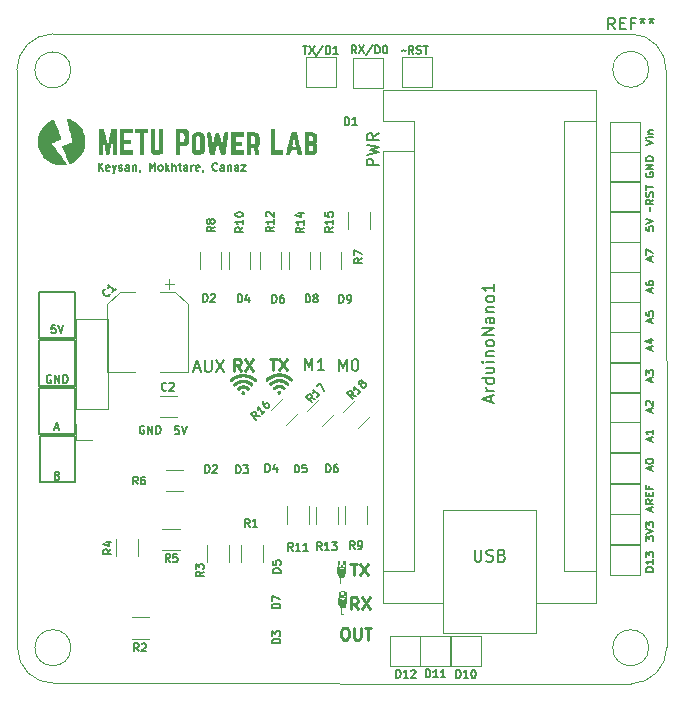
<source format=gto>
G04 #@! TF.GenerationSoftware,KiCad,Pcbnew,(6.0.11)*
G04 #@! TF.CreationDate,2023-03-02T01:09:38+03:00*
G04 #@! TF.ProjectId,Device-1,44657669-6365-42d3-912e-6b696361645f,rev?*
G04 #@! TF.SameCoordinates,Original*
G04 #@! TF.FileFunction,Legend,Top*
G04 #@! TF.FilePolarity,Positive*
%FSLAX46Y46*%
G04 Gerber Fmt 4.6, Leading zero omitted, Abs format (unit mm)*
G04 Created by KiCad (PCBNEW (6.0.11)) date 2023-03-02 01:09:38*
%MOMM*%
%LPD*%
G01*
G04 APERTURE LIST*
%ADD10C,0.167500*%
G04 #@! TA.AperFunction,Profile*
%ADD11C,0.100000*%
G04 #@! TD*
%ADD12C,0.150000*%
%ADD13C,0.250000*%
%ADD14C,0.200000*%
%ADD15C,0.120000*%
G04 APERTURE END LIST*
D10*
X26669380Y-46191295D02*
X26350333Y-46191295D01*
X26318428Y-46510342D01*
X26350333Y-46478438D01*
X26414142Y-46446533D01*
X26573666Y-46446533D01*
X26637476Y-46478438D01*
X26669380Y-46510342D01*
X26701285Y-46574152D01*
X26701285Y-46733676D01*
X26669380Y-46797485D01*
X26637476Y-46829390D01*
X26573666Y-46861295D01*
X26414142Y-46861295D01*
X26350333Y-46829390D01*
X26318428Y-46797485D01*
X26892714Y-46191295D02*
X27116047Y-46861295D01*
X27339380Y-46191295D01*
X23721123Y-46172400D02*
X23657314Y-46140495D01*
X23561600Y-46140495D01*
X23465885Y-46172400D01*
X23402076Y-46236209D01*
X23370171Y-46300019D01*
X23338266Y-46427638D01*
X23338266Y-46523352D01*
X23370171Y-46650971D01*
X23402076Y-46714780D01*
X23465885Y-46778590D01*
X23561600Y-46810495D01*
X23625409Y-46810495D01*
X23721123Y-46778590D01*
X23753028Y-46746685D01*
X23753028Y-46523352D01*
X23625409Y-46523352D01*
X24040171Y-46810495D02*
X24040171Y-46140495D01*
X24423028Y-46810495D01*
X24423028Y-46140495D01*
X24742076Y-46810495D02*
X24742076Y-46140495D01*
X24901600Y-46140495D01*
X24997314Y-46172400D01*
X25061123Y-46236209D01*
X25093028Y-46300019D01*
X25124933Y-46427638D01*
X25124933Y-46523352D01*
X25093028Y-46650971D01*
X25061123Y-46714780D01*
X24997314Y-46778590D01*
X24901600Y-46810495D01*
X24742076Y-46810495D01*
D11*
X12954000Y-16002000D02*
X13004370Y-64922400D01*
X66447246Y-64922400D02*
G75*
G03*
X66447246Y-64922400I-1524846J0D01*
G01*
X64973200Y-67970400D02*
G75*
G03*
X67970400Y-64871600I-50800J3048000D01*
G01*
X66447246Y-15951200D02*
G75*
G03*
X66447246Y-15951200I-1524846J0D01*
G01*
X16052800Y-67919600D02*
X64973200Y-67970400D01*
X17526846Y-64922400D02*
G75*
G03*
X17526846Y-64922400I-1524846J0D01*
G01*
X13004370Y-64922400D02*
G75*
G03*
X16052800Y-67919600I2997630J0D01*
G01*
X67919656Y-16051109D02*
G75*
G03*
X65024000Y-12954001I-2997256J99909D01*
G01*
X67970400Y-64871600D02*
X67919656Y-16051109D01*
X17526000Y-16002000D02*
G75*
G03*
X17526000Y-16002000I-1524000J0D01*
G01*
X65024000Y-12954001D02*
X16002000Y-12954000D01*
X16002000Y-12954000D02*
G75*
G03*
X12954000Y-16002000I0J-3048000D01*
G01*
D10*
X66659666Y-44979371D02*
X66659666Y-44660323D01*
X66851095Y-45043180D02*
X66181095Y-44819847D01*
X66851095Y-44596514D01*
X66244904Y-44405085D02*
X66213000Y-44373180D01*
X66181095Y-44309371D01*
X66181095Y-44149847D01*
X66213000Y-44086038D01*
X66244904Y-44054133D01*
X66308714Y-44022228D01*
X66372523Y-44022228D01*
X66468238Y-44054133D01*
X66851095Y-44436990D01*
X66851095Y-44022228D01*
X19870876Y-24534695D02*
X19870876Y-23864695D01*
X20253733Y-24534695D02*
X19966590Y-24151838D01*
X20253733Y-23864695D02*
X19870876Y-24247552D01*
X20796114Y-24502790D02*
X20732304Y-24534695D01*
X20604685Y-24534695D01*
X20540876Y-24502790D01*
X20508971Y-24438980D01*
X20508971Y-24183742D01*
X20540876Y-24119933D01*
X20604685Y-24088028D01*
X20732304Y-24088028D01*
X20796114Y-24119933D01*
X20828019Y-24183742D01*
X20828019Y-24247552D01*
X20508971Y-24311361D01*
X21051352Y-24088028D02*
X21210876Y-24534695D01*
X21370400Y-24088028D02*
X21210876Y-24534695D01*
X21147066Y-24694219D01*
X21115161Y-24726123D01*
X21051352Y-24758028D01*
X21593733Y-24502790D02*
X21657542Y-24534695D01*
X21785161Y-24534695D01*
X21848971Y-24502790D01*
X21880876Y-24438980D01*
X21880876Y-24407076D01*
X21848971Y-24343266D01*
X21785161Y-24311361D01*
X21689447Y-24311361D01*
X21625638Y-24279457D01*
X21593733Y-24215647D01*
X21593733Y-24183742D01*
X21625638Y-24119933D01*
X21689447Y-24088028D01*
X21785161Y-24088028D01*
X21848971Y-24119933D01*
X22455161Y-24534695D02*
X22455161Y-24183742D01*
X22423257Y-24119933D01*
X22359447Y-24088028D01*
X22231828Y-24088028D01*
X22168019Y-24119933D01*
X22455161Y-24502790D02*
X22391352Y-24534695D01*
X22231828Y-24534695D01*
X22168019Y-24502790D01*
X22136114Y-24438980D01*
X22136114Y-24375171D01*
X22168019Y-24311361D01*
X22231828Y-24279457D01*
X22391352Y-24279457D01*
X22455161Y-24247552D01*
X22774209Y-24088028D02*
X22774209Y-24534695D01*
X22774209Y-24151838D02*
X22806114Y-24119933D01*
X22869923Y-24088028D01*
X22965638Y-24088028D01*
X23029447Y-24119933D01*
X23061352Y-24183742D01*
X23061352Y-24534695D01*
X23412304Y-24502790D02*
X23412304Y-24534695D01*
X23380400Y-24598504D01*
X23348495Y-24630409D01*
X24209923Y-24534695D02*
X24209923Y-23864695D01*
X24433257Y-24343266D01*
X24656590Y-23864695D01*
X24656590Y-24534695D01*
X25071352Y-24534695D02*
X25007542Y-24502790D01*
X24975638Y-24470885D01*
X24943733Y-24407076D01*
X24943733Y-24215647D01*
X24975638Y-24151838D01*
X25007542Y-24119933D01*
X25071352Y-24088028D01*
X25167066Y-24088028D01*
X25230876Y-24119933D01*
X25262780Y-24151838D01*
X25294685Y-24215647D01*
X25294685Y-24407076D01*
X25262780Y-24470885D01*
X25230876Y-24502790D01*
X25167066Y-24534695D01*
X25071352Y-24534695D01*
X25581828Y-24534695D02*
X25581828Y-23864695D01*
X25645638Y-24279457D02*
X25837066Y-24534695D01*
X25837066Y-24088028D02*
X25581828Y-24343266D01*
X26124209Y-24534695D02*
X26124209Y-23864695D01*
X26411352Y-24534695D02*
X26411352Y-24183742D01*
X26379447Y-24119933D01*
X26315638Y-24088028D01*
X26219923Y-24088028D01*
X26156114Y-24119933D01*
X26124209Y-24151838D01*
X26634685Y-24088028D02*
X26889923Y-24088028D01*
X26730400Y-23864695D02*
X26730400Y-24438980D01*
X26762304Y-24502790D01*
X26826114Y-24534695D01*
X26889923Y-24534695D01*
X27400400Y-24534695D02*
X27400400Y-24183742D01*
X27368495Y-24119933D01*
X27304685Y-24088028D01*
X27177066Y-24088028D01*
X27113257Y-24119933D01*
X27400400Y-24502790D02*
X27336590Y-24534695D01*
X27177066Y-24534695D01*
X27113257Y-24502790D01*
X27081352Y-24438980D01*
X27081352Y-24375171D01*
X27113257Y-24311361D01*
X27177066Y-24279457D01*
X27336590Y-24279457D01*
X27400400Y-24247552D01*
X27719447Y-24534695D02*
X27719447Y-24088028D01*
X27719447Y-24215647D02*
X27751352Y-24151838D01*
X27783257Y-24119933D01*
X27847066Y-24088028D01*
X27910876Y-24088028D01*
X28389447Y-24502790D02*
X28325638Y-24534695D01*
X28198019Y-24534695D01*
X28134209Y-24502790D01*
X28102304Y-24438980D01*
X28102304Y-24183742D01*
X28134209Y-24119933D01*
X28198019Y-24088028D01*
X28325638Y-24088028D01*
X28389447Y-24119933D01*
X28421352Y-24183742D01*
X28421352Y-24247552D01*
X28102304Y-24311361D01*
X28740400Y-24502790D02*
X28740400Y-24534695D01*
X28708495Y-24598504D01*
X28676590Y-24630409D01*
X29920876Y-24470885D02*
X29888971Y-24502790D01*
X29793257Y-24534695D01*
X29729447Y-24534695D01*
X29633733Y-24502790D01*
X29569923Y-24438980D01*
X29538019Y-24375171D01*
X29506114Y-24247552D01*
X29506114Y-24151838D01*
X29538019Y-24024219D01*
X29569923Y-23960409D01*
X29633733Y-23896600D01*
X29729447Y-23864695D01*
X29793257Y-23864695D01*
X29888971Y-23896600D01*
X29920876Y-23928504D01*
X30495161Y-24534695D02*
X30495161Y-24183742D01*
X30463257Y-24119933D01*
X30399447Y-24088028D01*
X30271828Y-24088028D01*
X30208019Y-24119933D01*
X30495161Y-24502790D02*
X30431352Y-24534695D01*
X30271828Y-24534695D01*
X30208019Y-24502790D01*
X30176114Y-24438980D01*
X30176114Y-24375171D01*
X30208019Y-24311361D01*
X30271828Y-24279457D01*
X30431352Y-24279457D01*
X30495161Y-24247552D01*
X30814209Y-24088028D02*
X30814209Y-24534695D01*
X30814209Y-24151838D02*
X30846114Y-24119933D01*
X30909923Y-24088028D01*
X31005638Y-24088028D01*
X31069447Y-24119933D01*
X31101352Y-24183742D01*
X31101352Y-24534695D01*
X31707542Y-24534695D02*
X31707542Y-24183742D01*
X31675638Y-24119933D01*
X31611828Y-24088028D01*
X31484209Y-24088028D01*
X31420400Y-24119933D01*
X31707542Y-24502790D02*
X31643733Y-24534695D01*
X31484209Y-24534695D01*
X31420400Y-24502790D01*
X31388495Y-24438980D01*
X31388495Y-24375171D01*
X31420400Y-24311361D01*
X31484209Y-24279457D01*
X31643733Y-24279457D01*
X31707542Y-24247552D01*
X31962780Y-24088028D02*
X32313733Y-24088028D01*
X31962780Y-24534695D01*
X32313733Y-24534695D01*
X66659666Y-53357961D02*
X66659666Y-53038914D01*
X66851095Y-53421771D02*
X66181095Y-53198438D01*
X66851095Y-52975104D01*
X66851095Y-52368914D02*
X66532047Y-52592247D01*
X66851095Y-52751771D02*
X66181095Y-52751771D01*
X66181095Y-52496533D01*
X66213000Y-52432723D01*
X66244904Y-52400819D01*
X66308714Y-52368914D01*
X66404428Y-52368914D01*
X66468238Y-52400819D01*
X66500142Y-52432723D01*
X66532047Y-52496533D01*
X66532047Y-52751771D01*
X66500142Y-52081771D02*
X66500142Y-51858438D01*
X66851095Y-51762723D02*
X66851095Y-52081771D01*
X66181095Y-52081771D01*
X66181095Y-51762723D01*
X66500142Y-51252247D02*
X66500142Y-51475580D01*
X66851095Y-51475580D02*
X66181095Y-51475580D01*
X66181095Y-51156533D01*
X50138828Y-67486095D02*
X50138828Y-66816095D01*
X50298352Y-66816095D01*
X50394066Y-66848000D01*
X50457876Y-66911809D01*
X50489780Y-66975619D01*
X50521685Y-67103238D01*
X50521685Y-67198952D01*
X50489780Y-67326571D01*
X50457876Y-67390380D01*
X50394066Y-67454190D01*
X50298352Y-67486095D01*
X50138828Y-67486095D01*
X51159780Y-67486095D02*
X50776923Y-67486095D01*
X50968352Y-67486095D02*
X50968352Y-66816095D01*
X50904542Y-66911809D01*
X50840733Y-66975619D01*
X50776923Y-67007523D01*
X51574542Y-66816095D02*
X51638352Y-66816095D01*
X51702161Y-66848000D01*
X51734066Y-66879904D01*
X51765971Y-66943714D01*
X51797876Y-67071333D01*
X51797876Y-67230857D01*
X51765971Y-67358476D01*
X51734066Y-67422285D01*
X51702161Y-67454190D01*
X51638352Y-67486095D01*
X51574542Y-67486095D01*
X51510733Y-67454190D01*
X51478828Y-67422285D01*
X51446923Y-67358476D01*
X51415019Y-67230857D01*
X51415019Y-67071333D01*
X51446923Y-66943714D01*
X51478828Y-66879904D01*
X51510733Y-66848000D01*
X51574542Y-66816095D01*
X66659666Y-47443171D02*
X66659666Y-47124123D01*
X66851095Y-47506980D02*
X66181095Y-47283647D01*
X66851095Y-47060314D01*
X66851095Y-46486028D02*
X66851095Y-46868885D01*
X66851095Y-46677457D02*
X66181095Y-46677457D01*
X66276809Y-46741266D01*
X66340619Y-46805076D01*
X66372523Y-46868885D01*
D12*
X27971904Y-41263866D02*
X28448095Y-41263866D01*
X27876666Y-41549580D02*
X28210000Y-40549580D01*
X28543333Y-41549580D01*
X28876666Y-40549580D02*
X28876666Y-41359104D01*
X28924285Y-41454342D01*
X28971904Y-41501961D01*
X29067142Y-41549580D01*
X29257619Y-41549580D01*
X29352857Y-41501961D01*
X29400476Y-41454342D01*
X29448095Y-41359104D01*
X29448095Y-40549580D01*
X29829047Y-40549580D02*
X30495714Y-41549580D01*
X30495714Y-40549580D02*
X29829047Y-41549580D01*
D10*
X39129476Y-50061695D02*
X39129476Y-49391695D01*
X39289000Y-49391695D01*
X39384714Y-49423600D01*
X39448523Y-49487409D01*
X39480428Y-49551219D01*
X39512333Y-49678838D01*
X39512333Y-49774552D01*
X39480428Y-49902171D01*
X39448523Y-49965980D01*
X39384714Y-50029790D01*
X39289000Y-50061695D01*
X39129476Y-50061695D01*
X40086619Y-49391695D02*
X39959000Y-49391695D01*
X39895190Y-49423600D01*
X39863285Y-49455504D01*
X39799476Y-49551219D01*
X39767571Y-49678838D01*
X39767571Y-49934076D01*
X39799476Y-49997885D01*
X39831380Y-50029790D01*
X39895190Y-50061695D01*
X40022809Y-50061695D01*
X40086619Y-50029790D01*
X40118523Y-49997885D01*
X40150428Y-49934076D01*
X40150428Y-49774552D01*
X40118523Y-49710742D01*
X40086619Y-49678838D01*
X40022809Y-49646933D01*
X39895190Y-49646933D01*
X39831380Y-49678838D01*
X39799476Y-49710742D01*
X39767571Y-49774552D01*
X66659666Y-49906971D02*
X66659666Y-49587923D01*
X66851095Y-49970780D02*
X66181095Y-49747447D01*
X66851095Y-49524114D01*
X66181095Y-49173161D02*
X66181095Y-49109352D01*
X66213000Y-49045542D01*
X66244904Y-49013638D01*
X66308714Y-48981733D01*
X66436333Y-48949828D01*
X66595857Y-48949828D01*
X66723476Y-48981733D01*
X66787285Y-49013638D01*
X66819190Y-49045542D01*
X66851095Y-49109352D01*
X66851095Y-49173161D01*
X66819190Y-49236971D01*
X66787285Y-49268876D01*
X66723476Y-49300780D01*
X66595857Y-49332685D01*
X66436333Y-49332685D01*
X66308714Y-49300780D01*
X66244904Y-49268876D01*
X66213000Y-49236971D01*
X66181095Y-49173161D01*
D12*
X37315876Y-41422580D02*
X37315876Y-40422580D01*
X37649209Y-41136866D01*
X37982542Y-40422580D01*
X37982542Y-41422580D01*
X38982542Y-41422580D02*
X38411114Y-41422580D01*
X38696828Y-41422580D02*
X38696828Y-40422580D01*
X38601590Y-40565438D01*
X38506352Y-40660676D01*
X38411114Y-40708295D01*
D10*
X47573428Y-67435295D02*
X47573428Y-66765295D01*
X47732952Y-66765295D01*
X47828666Y-66797200D01*
X47892476Y-66861009D01*
X47924380Y-66924819D01*
X47956285Y-67052438D01*
X47956285Y-67148152D01*
X47924380Y-67275771D01*
X47892476Y-67339580D01*
X47828666Y-67403390D01*
X47732952Y-67435295D01*
X47573428Y-67435295D01*
X48594380Y-67435295D02*
X48211523Y-67435295D01*
X48402952Y-67435295D02*
X48402952Y-66765295D01*
X48339142Y-66861009D01*
X48275333Y-66924819D01*
X48211523Y-66956723D01*
X49232476Y-67435295D02*
X48849619Y-67435295D01*
X49041047Y-67435295D02*
X49041047Y-66765295D01*
X48977238Y-66861009D01*
X48913428Y-66924819D01*
X48849619Y-66956723D01*
X66659666Y-32177771D02*
X66659666Y-31858723D01*
X66851095Y-32241580D02*
X66181095Y-32018247D01*
X66851095Y-31794914D01*
X66181095Y-31635390D02*
X66181095Y-31188723D01*
X66851095Y-31475866D01*
X41682333Y-14603295D02*
X41459000Y-14284247D01*
X41299476Y-14603295D02*
X41299476Y-13933295D01*
X41554714Y-13933295D01*
X41618523Y-13965200D01*
X41650428Y-13997104D01*
X41682333Y-14060914D01*
X41682333Y-14156628D01*
X41650428Y-14220438D01*
X41618523Y-14252342D01*
X41554714Y-14284247D01*
X41299476Y-14284247D01*
X41905666Y-13933295D02*
X42352333Y-14603295D01*
X42352333Y-13933295D02*
X41905666Y-14603295D01*
X43086142Y-13901390D02*
X42511857Y-14762819D01*
X43309476Y-14603295D02*
X43309476Y-13933295D01*
X43469000Y-13933295D01*
X43564714Y-13965200D01*
X43628523Y-14029009D01*
X43660428Y-14092819D01*
X43692333Y-14220438D01*
X43692333Y-14316152D01*
X43660428Y-14443771D01*
X43628523Y-14507580D01*
X43564714Y-14571390D01*
X43469000Y-14603295D01*
X43309476Y-14603295D01*
X44107095Y-13933295D02*
X44170904Y-13933295D01*
X44234714Y-13965200D01*
X44266619Y-13997104D01*
X44298523Y-14060914D01*
X44330428Y-14188533D01*
X44330428Y-14348057D01*
X44298523Y-14475676D01*
X44266619Y-14539485D01*
X44234714Y-14571390D01*
X44170904Y-14603295D01*
X44107095Y-14603295D01*
X44043285Y-14571390D01*
X44011380Y-14539485D01*
X43979476Y-14475676D01*
X43947571Y-14348057D01*
X43947571Y-14188533D01*
X43979476Y-14060914D01*
X44011380Y-13997104D01*
X44043285Y-13965200D01*
X44107095Y-13933295D01*
X45575038Y-14373457D02*
X45606942Y-14341552D01*
X45670752Y-14309647D01*
X45798371Y-14373457D01*
X45862180Y-14341552D01*
X45894085Y-14309647D01*
X46532180Y-14628695D02*
X46308847Y-14309647D01*
X46149323Y-14628695D02*
X46149323Y-13958695D01*
X46404561Y-13958695D01*
X46468371Y-13990600D01*
X46500276Y-14022504D01*
X46532180Y-14086314D01*
X46532180Y-14182028D01*
X46500276Y-14245838D01*
X46468371Y-14277742D01*
X46404561Y-14309647D01*
X46149323Y-14309647D01*
X46787419Y-14596790D02*
X46883133Y-14628695D01*
X47042657Y-14628695D01*
X47106466Y-14596790D01*
X47138371Y-14564885D01*
X47170276Y-14501076D01*
X47170276Y-14437266D01*
X47138371Y-14373457D01*
X47106466Y-14341552D01*
X47042657Y-14309647D01*
X46915038Y-14277742D01*
X46851228Y-14245838D01*
X46819323Y-14213933D01*
X46787419Y-14150123D01*
X46787419Y-14086314D01*
X46819323Y-14022504D01*
X46851228Y-13990600D01*
X46915038Y-13958695D01*
X47074561Y-13958695D01*
X47170276Y-13990600D01*
X47361704Y-13958695D02*
X47744561Y-13958695D01*
X47553133Y-14628695D02*
X47553133Y-13958695D01*
D13*
X31913533Y-41498780D02*
X31580200Y-41022590D01*
X31342104Y-41498780D02*
X31342104Y-40498780D01*
X31723057Y-40498780D01*
X31818295Y-40546400D01*
X31865914Y-40594019D01*
X31913533Y-40689257D01*
X31913533Y-40832114D01*
X31865914Y-40927352D01*
X31818295Y-40974971D01*
X31723057Y-41022590D01*
X31342104Y-41022590D01*
X32246866Y-40498780D02*
X32913533Y-41498780D01*
X32913533Y-40498780D02*
X32246866Y-41498780D01*
D10*
X31534876Y-50163295D02*
X31534876Y-49493295D01*
X31694400Y-49493295D01*
X31790114Y-49525200D01*
X31853923Y-49589009D01*
X31885828Y-49652819D01*
X31917733Y-49780438D01*
X31917733Y-49876152D01*
X31885828Y-50003771D01*
X31853923Y-50067580D01*
X31790114Y-50131390D01*
X31694400Y-50163295D01*
X31534876Y-50163295D01*
X32141066Y-49493295D02*
X32555828Y-49493295D01*
X32332495Y-49748533D01*
X32428209Y-49748533D01*
X32492019Y-49780438D01*
X32523923Y-49812342D01*
X32555828Y-49876152D01*
X32555828Y-50035676D01*
X32523923Y-50099485D01*
X32492019Y-50131390D01*
X32428209Y-50163295D01*
X32236780Y-50163295D01*
X32172971Y-50131390D01*
X32141066Y-50099485D01*
D13*
X41173495Y-57796180D02*
X41744923Y-57796180D01*
X41459209Y-58796180D02*
X41459209Y-57796180D01*
X41983019Y-57796180D02*
X42649685Y-58796180D01*
X42649685Y-57796180D02*
X41983019Y-58796180D01*
D10*
X36462476Y-50087095D02*
X36462476Y-49417095D01*
X36622000Y-49417095D01*
X36717714Y-49449000D01*
X36781523Y-49512809D01*
X36813428Y-49576619D01*
X36845333Y-49704238D01*
X36845333Y-49799952D01*
X36813428Y-49927571D01*
X36781523Y-49991380D01*
X36717714Y-50055190D01*
X36622000Y-50087095D01*
X36462476Y-50087095D01*
X37451523Y-49417095D02*
X37132476Y-49417095D01*
X37100571Y-49736142D01*
X37132476Y-49704238D01*
X37196285Y-49672333D01*
X37355809Y-49672333D01*
X37419619Y-49704238D01*
X37451523Y-49736142D01*
X37483428Y-49799952D01*
X37483428Y-49959476D01*
X37451523Y-50023285D01*
X37419619Y-50055190D01*
X37355809Y-50087095D01*
X37196285Y-50087095D01*
X37132476Y-50055190D01*
X37100571Y-50023285D01*
X66595857Y-27932561D02*
X66563952Y-27900657D01*
X66532047Y-27836847D01*
X66595857Y-27709228D01*
X66563952Y-27645419D01*
X66532047Y-27613514D01*
X66851095Y-26975419D02*
X66532047Y-27198752D01*
X66851095Y-27358276D02*
X66181095Y-27358276D01*
X66181095Y-27103038D01*
X66213000Y-27039228D01*
X66244904Y-27007323D01*
X66308714Y-26975419D01*
X66404428Y-26975419D01*
X66468238Y-27007323D01*
X66500142Y-27039228D01*
X66532047Y-27103038D01*
X66532047Y-27358276D01*
X66819190Y-26720180D02*
X66851095Y-26624466D01*
X66851095Y-26464942D01*
X66819190Y-26401133D01*
X66787285Y-26369228D01*
X66723476Y-26337323D01*
X66659666Y-26337323D01*
X66595857Y-26369228D01*
X66563952Y-26401133D01*
X66532047Y-26464942D01*
X66500142Y-26592561D01*
X66468238Y-26656371D01*
X66436333Y-26688276D01*
X66372523Y-26720180D01*
X66308714Y-26720180D01*
X66244904Y-26688276D01*
X66213000Y-26656371D01*
X66181095Y-26592561D01*
X66181095Y-26433038D01*
X66213000Y-26337323D01*
X66181095Y-26145895D02*
X66181095Y-25763038D01*
X66851095Y-25954466D02*
X66181095Y-25954466D01*
X45058828Y-67460695D02*
X45058828Y-66790695D01*
X45218352Y-66790695D01*
X45314066Y-66822600D01*
X45377876Y-66886409D01*
X45409780Y-66950219D01*
X45441685Y-67077838D01*
X45441685Y-67173552D01*
X45409780Y-67301171D01*
X45377876Y-67364980D01*
X45314066Y-67428790D01*
X45218352Y-67460695D01*
X45058828Y-67460695D01*
X46079780Y-67460695D02*
X45696923Y-67460695D01*
X45888352Y-67460695D02*
X45888352Y-66790695D01*
X45824542Y-66886409D01*
X45760733Y-66950219D01*
X45696923Y-66982123D01*
X46335019Y-66854504D02*
X46366923Y-66822600D01*
X46430733Y-66790695D01*
X46590257Y-66790695D01*
X46654066Y-66822600D01*
X46685971Y-66854504D01*
X46717876Y-66918314D01*
X46717876Y-66982123D01*
X46685971Y-67077838D01*
X46303114Y-67460695D01*
X46717876Y-67460695D01*
X66659666Y-42388571D02*
X66659666Y-42069523D01*
X66851095Y-42452380D02*
X66181095Y-42229047D01*
X66851095Y-42005714D01*
X66181095Y-41846190D02*
X66181095Y-41431428D01*
X66436333Y-41654761D01*
X66436333Y-41559047D01*
X66468238Y-41495238D01*
X66500142Y-41463333D01*
X66563952Y-41431428D01*
X66723476Y-41431428D01*
X66787285Y-41463333D01*
X66819190Y-41495238D01*
X66851095Y-41559047D01*
X66851095Y-41750476D01*
X66819190Y-41814285D01*
X66787285Y-41846190D01*
X66181095Y-29261419D02*
X66181095Y-29580466D01*
X66500142Y-29612371D01*
X66468238Y-29580466D01*
X66436333Y-29516657D01*
X66436333Y-29357133D01*
X66468238Y-29293323D01*
X66500142Y-29261419D01*
X66563952Y-29229514D01*
X66723476Y-29229514D01*
X66787285Y-29261419D01*
X66819190Y-29293323D01*
X66851095Y-29357133D01*
X66851095Y-29516657D01*
X66819190Y-29580466D01*
X66787285Y-29612371D01*
X66181095Y-29038085D02*
X66851095Y-28814752D01*
X66181095Y-28591419D01*
D13*
X41819533Y-61666380D02*
X41486200Y-61190190D01*
X41248104Y-61666380D02*
X41248104Y-60666380D01*
X41629057Y-60666380D01*
X41724295Y-60714000D01*
X41771914Y-60761619D01*
X41819533Y-60856857D01*
X41819533Y-60999714D01*
X41771914Y-61094952D01*
X41724295Y-61142571D01*
X41629057Y-61190190D01*
X41248104Y-61190190D01*
X42152866Y-60666380D02*
X42819533Y-61666380D01*
X42819533Y-60666380D02*
X42152866Y-61666380D01*
D10*
X66213000Y-24716676D02*
X66181095Y-24780485D01*
X66181095Y-24876200D01*
X66213000Y-24971914D01*
X66276809Y-25035723D01*
X66340619Y-25067628D01*
X66468238Y-25099533D01*
X66563952Y-25099533D01*
X66691571Y-25067628D01*
X66755380Y-25035723D01*
X66819190Y-24971914D01*
X66851095Y-24876200D01*
X66851095Y-24812390D01*
X66819190Y-24716676D01*
X66787285Y-24684771D01*
X66563952Y-24684771D01*
X66563952Y-24812390D01*
X66851095Y-24397628D02*
X66181095Y-24397628D01*
X66851095Y-24014771D01*
X66181095Y-24014771D01*
X66851095Y-23695723D02*
X66181095Y-23695723D01*
X66181095Y-23536200D01*
X66213000Y-23440485D01*
X66276809Y-23376676D01*
X66340619Y-23344771D01*
X66468238Y-23312866D01*
X66563952Y-23312866D01*
X66691571Y-23344771D01*
X66755380Y-23376676D01*
X66819190Y-23440485D01*
X66851095Y-23536200D01*
X66851095Y-23695723D01*
X33998676Y-50036295D02*
X33998676Y-49366295D01*
X34158200Y-49366295D01*
X34253914Y-49398200D01*
X34317723Y-49462009D01*
X34349628Y-49525819D01*
X34381533Y-49653438D01*
X34381533Y-49749152D01*
X34349628Y-49876771D01*
X34317723Y-49940580D01*
X34253914Y-50004390D01*
X34158200Y-50036295D01*
X33998676Y-50036295D01*
X34955819Y-49589628D02*
X34955819Y-50036295D01*
X34796295Y-49334390D02*
X34636771Y-49812961D01*
X35051533Y-49812961D01*
X66659666Y-37384771D02*
X66659666Y-37065723D01*
X66851095Y-37448580D02*
X66181095Y-37225247D01*
X66851095Y-37001914D01*
X66181095Y-36459533D02*
X66181095Y-36778580D01*
X66500142Y-36810485D01*
X66468238Y-36778580D01*
X66436333Y-36714771D01*
X66436333Y-36555247D01*
X66468238Y-36491438D01*
X66500142Y-36459533D01*
X66563952Y-36427628D01*
X66723476Y-36427628D01*
X66787285Y-36459533D01*
X66819190Y-36491438D01*
X66851095Y-36555247D01*
X66851095Y-36714771D01*
X66819190Y-36778580D01*
X66787285Y-36810485D01*
D14*
X43581580Y-24091733D02*
X42581580Y-24091733D01*
X42581580Y-23710780D01*
X42629200Y-23615542D01*
X42676819Y-23567923D01*
X42772057Y-23520304D01*
X42914914Y-23520304D01*
X43010152Y-23567923D01*
X43057771Y-23615542D01*
X43105390Y-23710780D01*
X43105390Y-24091733D01*
X42581580Y-23186971D02*
X43581580Y-22948876D01*
X42867295Y-22758400D01*
X43581580Y-22567923D01*
X42581580Y-22329828D01*
X43581580Y-21377447D02*
X43105390Y-21710780D01*
X43581580Y-21948876D02*
X42581580Y-21948876D01*
X42581580Y-21567923D01*
X42629200Y-21472685D01*
X42676819Y-21425066D01*
X42772057Y-21377447D01*
X42914914Y-21377447D01*
X43010152Y-21425066D01*
X43057771Y-21472685D01*
X43105390Y-21567923D01*
X43105390Y-21948876D01*
D13*
X40630600Y-63231780D02*
X40821076Y-63231780D01*
X40916314Y-63279400D01*
X41011552Y-63374638D01*
X41059171Y-63565114D01*
X41059171Y-63898447D01*
X41011552Y-64088923D01*
X40916314Y-64184161D01*
X40821076Y-64231780D01*
X40630600Y-64231780D01*
X40535361Y-64184161D01*
X40440123Y-64088923D01*
X40392504Y-63898447D01*
X40392504Y-63565114D01*
X40440123Y-63374638D01*
X40535361Y-63279400D01*
X40630600Y-63231780D01*
X41487742Y-63231780D02*
X41487742Y-64041304D01*
X41535361Y-64136542D01*
X41582980Y-64184161D01*
X41678219Y-64231780D01*
X41868695Y-64231780D01*
X41963933Y-64184161D01*
X42011552Y-64136542D01*
X42059171Y-64041304D01*
X42059171Y-63231780D01*
X42392504Y-63231780D02*
X42963933Y-63231780D01*
X42678219Y-64231780D02*
X42678219Y-63231780D01*
D10*
X66659666Y-34819371D02*
X66659666Y-34500323D01*
X66851095Y-34883180D02*
X66181095Y-34659847D01*
X66851095Y-34436514D01*
X66181095Y-33926038D02*
X66181095Y-34053657D01*
X66213000Y-34117466D01*
X66244904Y-34149371D01*
X66340619Y-34213180D01*
X66468238Y-34245085D01*
X66723476Y-34245085D01*
X66787285Y-34213180D01*
X66819190Y-34181276D01*
X66851095Y-34117466D01*
X66851095Y-33989847D01*
X66819190Y-33926038D01*
X66787285Y-33894133D01*
X66723476Y-33862228D01*
X66563952Y-33862228D01*
X66500142Y-33894133D01*
X66468238Y-33926038D01*
X66436333Y-33989847D01*
X66436333Y-34117466D01*
X66468238Y-34181276D01*
X66500142Y-34213180D01*
X66563952Y-34245085D01*
D13*
X34366295Y-40447980D02*
X34937723Y-40447980D01*
X34652009Y-41447980D02*
X34652009Y-40447980D01*
X35175819Y-40447980D02*
X35842485Y-41447980D01*
X35842485Y-40447980D02*
X35175819Y-41447980D01*
D12*
X40211476Y-41498780D02*
X40211476Y-40498780D01*
X40544809Y-41213066D01*
X40878142Y-40498780D01*
X40878142Y-41498780D01*
X41544809Y-40498780D02*
X41640047Y-40498780D01*
X41735285Y-40546400D01*
X41782904Y-40594019D01*
X41830523Y-40689257D01*
X41878142Y-40879733D01*
X41878142Y-41117828D01*
X41830523Y-41308304D01*
X41782904Y-41403542D01*
X41735285Y-41451161D01*
X41640047Y-41498780D01*
X41544809Y-41498780D01*
X41449571Y-41451161D01*
X41401952Y-41403542D01*
X41354333Y-41308304D01*
X41306714Y-41117828D01*
X41306714Y-40879733D01*
X41354333Y-40689257D01*
X41401952Y-40594019D01*
X41449571Y-40546400D01*
X41544809Y-40498780D01*
D10*
X28893276Y-50112495D02*
X28893276Y-49442495D01*
X29052800Y-49442495D01*
X29148514Y-49474400D01*
X29212323Y-49538209D01*
X29244228Y-49602019D01*
X29276133Y-49729638D01*
X29276133Y-49825352D01*
X29244228Y-49952971D01*
X29212323Y-50016780D01*
X29148514Y-50080590D01*
X29052800Y-50112495D01*
X28893276Y-50112495D01*
X29531371Y-49506304D02*
X29563276Y-49474400D01*
X29627085Y-49442495D01*
X29786609Y-49442495D01*
X29850419Y-49474400D01*
X29882323Y-49506304D01*
X29914228Y-49570114D01*
X29914228Y-49633923D01*
X29882323Y-49729638D01*
X29499466Y-50112495D01*
X29914228Y-50112495D01*
X66181095Y-22377552D02*
X66851095Y-22154219D01*
X66181095Y-21930885D01*
X66851095Y-21707552D02*
X66404428Y-21707552D01*
X66181095Y-21707552D02*
X66213000Y-21739457D01*
X66244904Y-21707552D01*
X66213000Y-21675647D01*
X66181095Y-21707552D01*
X66244904Y-21707552D01*
X66404428Y-21388504D02*
X66851095Y-21388504D01*
X66468238Y-21388504D02*
X66436333Y-21356600D01*
X66404428Y-21292790D01*
X66404428Y-21197076D01*
X66436333Y-21133266D01*
X66500142Y-21101361D01*
X66851095Y-21101361D01*
X37168723Y-13984095D02*
X37551580Y-13984095D01*
X37360152Y-14654095D02*
X37360152Y-13984095D01*
X37711104Y-13984095D02*
X38157771Y-14654095D01*
X38157771Y-13984095D02*
X37711104Y-14654095D01*
X38891580Y-13952190D02*
X38317295Y-14813619D01*
X39114914Y-14654095D02*
X39114914Y-13984095D01*
X39274438Y-13984095D01*
X39370152Y-14016000D01*
X39433961Y-14079809D01*
X39465866Y-14143619D01*
X39497771Y-14271238D01*
X39497771Y-14366952D01*
X39465866Y-14494571D01*
X39433961Y-14558380D01*
X39370152Y-14622190D01*
X39274438Y-14654095D01*
X39114914Y-14654095D01*
X40135866Y-14654095D02*
X39753009Y-14654095D01*
X39944438Y-14654095D02*
X39944438Y-13984095D01*
X39880628Y-14079809D01*
X39816819Y-14143619D01*
X39753009Y-14175523D01*
X66851095Y-58471571D02*
X66181095Y-58471571D01*
X66181095Y-58312047D01*
X66213000Y-58216333D01*
X66276809Y-58152523D01*
X66340619Y-58120619D01*
X66468238Y-58088714D01*
X66563952Y-58088714D01*
X66691571Y-58120619D01*
X66755380Y-58152523D01*
X66819190Y-58216333D01*
X66851095Y-58312047D01*
X66851095Y-58471571D01*
X66851095Y-57450619D02*
X66851095Y-57833476D01*
X66851095Y-57642047D02*
X66181095Y-57642047D01*
X66276809Y-57705857D01*
X66340619Y-57769666D01*
X66372523Y-57833476D01*
X66181095Y-57227285D02*
X66181095Y-56812523D01*
X66436333Y-57035857D01*
X66436333Y-56940142D01*
X66468238Y-56876333D01*
X66500142Y-56844428D01*
X66563952Y-56812523D01*
X66723476Y-56812523D01*
X66787285Y-56844428D01*
X66819190Y-56876333D01*
X66851095Y-56940142D01*
X66851095Y-57131571D01*
X66819190Y-57195380D01*
X66787285Y-57227285D01*
X66659666Y-39721571D02*
X66659666Y-39402523D01*
X66851095Y-39785380D02*
X66181095Y-39562047D01*
X66851095Y-39338714D01*
X66404428Y-38828238D02*
X66851095Y-38828238D01*
X66149190Y-38987761D02*
X66627761Y-39147285D01*
X66627761Y-38732523D01*
X66181095Y-55896723D02*
X66181095Y-55481961D01*
X66436333Y-55705295D01*
X66436333Y-55609580D01*
X66468238Y-55545771D01*
X66500142Y-55513866D01*
X66563952Y-55481961D01*
X66723476Y-55481961D01*
X66787285Y-55513866D01*
X66819190Y-55545771D01*
X66851095Y-55609580D01*
X66851095Y-55801009D01*
X66819190Y-55864819D01*
X66787285Y-55896723D01*
X66181095Y-55290533D02*
X66851095Y-55067200D01*
X66181095Y-54843866D01*
X66181095Y-54684342D02*
X66181095Y-54269580D01*
X66436333Y-54492914D01*
X66436333Y-54397200D01*
X66468238Y-54333390D01*
X66500142Y-54301485D01*
X66563952Y-54269580D01*
X66723476Y-54269580D01*
X66787285Y-54301485D01*
X66819190Y-54333390D01*
X66851095Y-54397200D01*
X66851095Y-54588628D01*
X66819190Y-54652438D01*
X66787285Y-54684342D01*
D12*
X33506703Y-45331737D02*
X33123182Y-45264057D01*
X33235982Y-45602458D02*
X32762221Y-45128697D01*
X32942701Y-44948216D01*
X33010382Y-44925656D01*
X33055502Y-44925656D01*
X33123182Y-44948216D01*
X33190862Y-45015896D01*
X33213422Y-45083576D01*
X33213422Y-45128697D01*
X33190862Y-45196377D01*
X33010382Y-45376857D01*
X33957905Y-44880536D02*
X33687184Y-45151257D01*
X33822544Y-45015896D02*
X33348783Y-44542135D01*
X33371343Y-44654935D01*
X33371343Y-44745175D01*
X33348783Y-44812856D01*
X33890224Y-44000693D02*
X33799984Y-44090933D01*
X33777424Y-44158613D01*
X33777424Y-44203734D01*
X33799984Y-44316534D01*
X33867664Y-44429334D01*
X34048145Y-44609815D01*
X34115825Y-44632375D01*
X34160945Y-44632375D01*
X34228626Y-44609815D01*
X34318866Y-44519575D01*
X34341426Y-44451894D01*
X34341426Y-44406774D01*
X34318866Y-44339094D01*
X34206065Y-44226294D01*
X34138385Y-44203734D01*
X34093265Y-44203734D01*
X34025585Y-44226294D01*
X33935345Y-44316534D01*
X33912785Y-44384214D01*
X33912785Y-44429334D01*
X33935345Y-44497014D01*
X41667359Y-43597281D02*
X41283838Y-43529601D01*
X41396638Y-43868002D02*
X40922877Y-43394241D01*
X41103357Y-43213760D01*
X41171038Y-43191200D01*
X41216158Y-43191200D01*
X41283838Y-43213760D01*
X41351518Y-43281440D01*
X41374078Y-43349120D01*
X41374078Y-43394241D01*
X41351518Y-43461921D01*
X41171038Y-43642401D01*
X42118561Y-43146080D02*
X41847840Y-43416801D01*
X41983200Y-43281440D02*
X41509439Y-42807679D01*
X41531999Y-42920479D01*
X41531999Y-43010719D01*
X41509439Y-43078400D01*
X42118561Y-42604638D02*
X42050880Y-42627198D01*
X42005760Y-42627198D01*
X41938080Y-42604638D01*
X41915520Y-42582078D01*
X41892960Y-42514398D01*
X41892960Y-42469278D01*
X41915520Y-42401597D01*
X42005760Y-42311357D01*
X42073441Y-42288797D01*
X42118561Y-42288797D01*
X42186241Y-42311357D01*
X42208801Y-42333917D01*
X42231361Y-42401597D01*
X42231361Y-42446717D01*
X42208801Y-42514398D01*
X42118561Y-42604638D01*
X42096001Y-42672318D01*
X42096001Y-42717438D01*
X42118561Y-42785119D01*
X42208801Y-42875359D01*
X42276481Y-42897919D01*
X42321601Y-42897919D01*
X42389282Y-42875359D01*
X42479522Y-42785119D01*
X42502082Y-42717438D01*
X42502082Y-42672318D01*
X42479522Y-42604638D01*
X42389282Y-42514398D01*
X42321601Y-42491838D01*
X42276481Y-42491838D01*
X42208801Y-42514398D01*
X38205703Y-43883937D02*
X37822182Y-43816257D01*
X37934982Y-44154658D02*
X37461221Y-43680897D01*
X37641701Y-43500416D01*
X37709382Y-43477856D01*
X37754502Y-43477856D01*
X37822182Y-43500416D01*
X37889862Y-43568096D01*
X37912422Y-43635776D01*
X37912422Y-43680897D01*
X37889862Y-43748577D01*
X37709382Y-43929057D01*
X38656905Y-43432736D02*
X38386184Y-43703457D01*
X38521544Y-43568096D02*
X38047783Y-43094335D01*
X38070343Y-43207135D01*
X38070343Y-43297375D01*
X38047783Y-43365056D01*
X38341064Y-42801054D02*
X38656905Y-42485213D01*
X38927626Y-43162015D01*
X20816640Y-34944560D02*
X20816640Y-34989680D01*
X20771520Y-35079921D01*
X20726400Y-35125041D01*
X20636159Y-35170161D01*
X20545919Y-35170161D01*
X20478239Y-35147601D01*
X20365438Y-35079921D01*
X20297758Y-35012241D01*
X20230078Y-34899440D01*
X20207518Y-34831760D01*
X20207518Y-34741520D01*
X20252638Y-34651279D01*
X20297758Y-34606159D01*
X20387998Y-34561039D01*
X20433119Y-34561039D01*
X21312961Y-34538479D02*
X21042241Y-34809200D01*
X21177601Y-34673839D02*
X20703839Y-34200078D01*
X20726400Y-34312878D01*
X20726399Y-34403119D01*
X20703839Y-34470799D01*
X40729676Y-20673895D02*
X40729676Y-20003895D01*
X40889200Y-20003895D01*
X40984914Y-20035800D01*
X41048723Y-20099609D01*
X41080628Y-20163419D01*
X41112533Y-20291038D01*
X41112533Y-20386752D01*
X41080628Y-20514371D01*
X41048723Y-20578180D01*
X40984914Y-20641990D01*
X40889200Y-20673895D01*
X40729676Y-20673895D01*
X41750628Y-20673895D02*
X41367771Y-20673895D01*
X41559200Y-20673895D02*
X41559200Y-20003895D01*
X41495390Y-20099609D01*
X41431580Y-20163419D01*
X41367771Y-20195323D01*
X32654333Y-54684495D02*
X32431000Y-54365447D01*
X32271476Y-54684495D02*
X32271476Y-54014495D01*
X32526714Y-54014495D01*
X32590523Y-54046400D01*
X32622428Y-54078304D01*
X32654333Y-54142114D01*
X32654333Y-54237828D01*
X32622428Y-54301638D01*
X32590523Y-54333542D01*
X32526714Y-54365447D01*
X32271476Y-54365447D01*
X33292428Y-54684495D02*
X32909571Y-54684495D01*
X33101000Y-54684495D02*
X33101000Y-54014495D01*
X33037190Y-54110209D01*
X32973380Y-54174019D01*
X32909571Y-54205923D01*
X32129295Y-29335914D02*
X31810247Y-29559247D01*
X32129295Y-29718771D02*
X31459295Y-29718771D01*
X31459295Y-29463533D01*
X31491200Y-29399723D01*
X31523104Y-29367819D01*
X31586914Y-29335914D01*
X31682628Y-29335914D01*
X31746438Y-29367819D01*
X31778342Y-29399723D01*
X31810247Y-29463533D01*
X31810247Y-29718771D01*
X32129295Y-28697819D02*
X32129295Y-29080676D01*
X32129295Y-28889247D02*
X31459295Y-28889247D01*
X31555009Y-28953057D01*
X31618819Y-29016866D01*
X31650723Y-29080676D01*
X31459295Y-28283057D02*
X31459295Y-28219247D01*
X31491200Y-28155438D01*
X31523104Y-28123533D01*
X31586914Y-28091628D01*
X31714533Y-28059723D01*
X31874057Y-28059723D01*
X32001676Y-28091628D01*
X32065485Y-28123533D01*
X32097390Y-28155438D01*
X32129295Y-28219247D01*
X32129295Y-28283057D01*
X32097390Y-28346866D01*
X32065485Y-28378771D01*
X32001676Y-28410676D01*
X31874057Y-28442580D01*
X31714533Y-28442580D01*
X31586914Y-28410676D01*
X31523104Y-28378771D01*
X31491200Y-28346866D01*
X31459295Y-28283057D01*
X36323085Y-56716495D02*
X36099752Y-56397447D01*
X35940228Y-56716495D02*
X35940228Y-56046495D01*
X36195466Y-56046495D01*
X36259276Y-56078400D01*
X36291180Y-56110304D01*
X36323085Y-56174114D01*
X36323085Y-56269828D01*
X36291180Y-56333638D01*
X36259276Y-56365542D01*
X36195466Y-56397447D01*
X35940228Y-56397447D01*
X36961180Y-56716495D02*
X36578323Y-56716495D01*
X36769752Y-56716495D02*
X36769752Y-56046495D01*
X36705942Y-56142209D01*
X36642133Y-56206019D01*
X36578323Y-56237923D01*
X37599276Y-56716495D02*
X37216419Y-56716495D01*
X37407847Y-56716495D02*
X37407847Y-56046495D01*
X37344038Y-56142209D01*
X37280228Y-56206019D01*
X37216419Y-56237923D01*
X40247076Y-35710695D02*
X40247076Y-35040695D01*
X40406600Y-35040695D01*
X40502314Y-35072600D01*
X40566123Y-35136409D01*
X40598028Y-35200219D01*
X40629933Y-35327838D01*
X40629933Y-35423552D01*
X40598028Y-35551171D01*
X40566123Y-35614980D01*
X40502314Y-35678790D01*
X40406600Y-35710695D01*
X40247076Y-35710695D01*
X40948980Y-35710695D02*
X41076600Y-35710695D01*
X41140409Y-35678790D01*
X41172314Y-35646885D01*
X41236123Y-35551171D01*
X41268028Y-35423552D01*
X41268028Y-35168314D01*
X41236123Y-35104504D01*
X41204219Y-35072600D01*
X41140409Y-35040695D01*
X41012790Y-35040695D01*
X40948980Y-35072600D01*
X40917076Y-35104504D01*
X40885171Y-35168314D01*
X40885171Y-35327838D01*
X40917076Y-35391647D01*
X40948980Y-35423552D01*
X41012790Y-35455457D01*
X41140409Y-35455457D01*
X41204219Y-35423552D01*
X41236123Y-35391647D01*
X41268028Y-35327838D01*
X35253495Y-64527923D02*
X34583495Y-64527923D01*
X34583495Y-64368400D01*
X34615400Y-64272685D01*
X34679209Y-64208876D01*
X34743019Y-64176971D01*
X34870638Y-64145066D01*
X34966352Y-64145066D01*
X35093971Y-64176971D01*
X35157780Y-64208876D01*
X35221590Y-64272685D01*
X35253495Y-64368400D01*
X35253495Y-64527923D01*
X34583495Y-63921733D02*
X34583495Y-63506971D01*
X34838733Y-63730304D01*
X34838733Y-63634590D01*
X34870638Y-63570780D01*
X34902542Y-63538876D01*
X34966352Y-63506971D01*
X35125876Y-63506971D01*
X35189685Y-63538876D01*
X35221590Y-63570780D01*
X35253495Y-63634590D01*
X35253495Y-63826019D01*
X35221590Y-63889828D01*
X35189685Y-63921733D01*
X38761485Y-56665695D02*
X38538152Y-56346647D01*
X38378628Y-56665695D02*
X38378628Y-55995695D01*
X38633866Y-55995695D01*
X38697676Y-56027600D01*
X38729580Y-56059504D01*
X38761485Y-56123314D01*
X38761485Y-56219028D01*
X38729580Y-56282838D01*
X38697676Y-56314742D01*
X38633866Y-56346647D01*
X38378628Y-56346647D01*
X39399580Y-56665695D02*
X39016723Y-56665695D01*
X39208152Y-56665695D02*
X39208152Y-55995695D01*
X39144342Y-56091409D01*
X39080533Y-56155219D01*
X39016723Y-56187123D01*
X39622914Y-55995695D02*
X40037676Y-55995695D01*
X39814342Y-56250933D01*
X39910057Y-56250933D01*
X39973866Y-56282838D01*
X40005771Y-56314742D01*
X40037676Y-56378552D01*
X40037676Y-56538076D01*
X40005771Y-56601885D01*
X39973866Y-56633790D01*
X39910057Y-56665695D01*
X39718628Y-56665695D01*
X39654819Y-56633790D01*
X39622914Y-56601885D01*
X25618533Y-43089085D02*
X25586628Y-43120990D01*
X25490914Y-43152895D01*
X25427104Y-43152895D01*
X25331390Y-43120990D01*
X25267580Y-43057180D01*
X25235676Y-42993371D01*
X25203771Y-42865752D01*
X25203771Y-42770038D01*
X25235676Y-42642419D01*
X25267580Y-42578609D01*
X25331390Y-42514800D01*
X25427104Y-42482895D01*
X25490914Y-42482895D01*
X25586628Y-42514800D01*
X25618533Y-42546704D01*
X25873771Y-42546704D02*
X25905676Y-42514800D01*
X25969485Y-42482895D01*
X26129009Y-42482895D01*
X26192819Y-42514800D01*
X26224723Y-42546704D01*
X26256628Y-42610514D01*
X26256628Y-42674323D01*
X26224723Y-42770038D01*
X25841866Y-43152895D01*
X26256628Y-43152895D01*
X23205533Y-51103095D02*
X22982200Y-50784047D01*
X22822676Y-51103095D02*
X22822676Y-50433095D01*
X23077914Y-50433095D01*
X23141723Y-50465000D01*
X23173628Y-50496904D01*
X23205533Y-50560714D01*
X23205533Y-50656428D01*
X23173628Y-50720238D01*
X23141723Y-50752142D01*
X23077914Y-50784047D01*
X22822676Y-50784047D01*
X23779819Y-50433095D02*
X23652200Y-50433095D01*
X23588390Y-50465000D01*
X23556485Y-50496904D01*
X23492676Y-50592619D01*
X23460771Y-50720238D01*
X23460771Y-50975476D01*
X23492676Y-51039285D01*
X23524580Y-51071190D01*
X23588390Y-51103095D01*
X23716009Y-51103095D01*
X23779819Y-51071190D01*
X23811723Y-51039285D01*
X23843628Y-50975476D01*
X23843628Y-50815952D01*
X23811723Y-50752142D01*
X23779819Y-50720238D01*
X23716009Y-50688333D01*
X23588390Y-50688333D01*
X23524580Y-50720238D01*
X23492676Y-50752142D01*
X23460771Y-50815952D01*
X29716295Y-29270866D02*
X29397247Y-29494200D01*
X29716295Y-29653723D02*
X29046295Y-29653723D01*
X29046295Y-29398485D01*
X29078200Y-29334676D01*
X29110104Y-29302771D01*
X29173914Y-29270866D01*
X29269628Y-29270866D01*
X29333438Y-29302771D01*
X29365342Y-29334676D01*
X29397247Y-29398485D01*
X29397247Y-29653723D01*
X29333438Y-28888009D02*
X29301533Y-28951819D01*
X29269628Y-28983723D01*
X29205819Y-29015628D01*
X29173914Y-29015628D01*
X29110104Y-28983723D01*
X29078200Y-28951819D01*
X29046295Y-28888009D01*
X29046295Y-28760390D01*
X29078200Y-28696580D01*
X29110104Y-28664676D01*
X29173914Y-28632771D01*
X29205819Y-28632771D01*
X29269628Y-28664676D01*
X29301533Y-28696580D01*
X29333438Y-28760390D01*
X29333438Y-28888009D01*
X29365342Y-28951819D01*
X29397247Y-28983723D01*
X29461057Y-29015628D01*
X29588676Y-29015628D01*
X29652485Y-28983723D01*
X29684390Y-28951819D01*
X29716295Y-28888009D01*
X29716295Y-28760390D01*
X29684390Y-28696580D01*
X29652485Y-28664676D01*
X29588676Y-28632771D01*
X29461057Y-28632771D01*
X29397247Y-28664676D01*
X29365342Y-28696580D01*
X29333438Y-28760390D01*
X37228695Y-29361314D02*
X36909647Y-29584647D01*
X37228695Y-29744171D02*
X36558695Y-29744171D01*
X36558695Y-29488933D01*
X36590600Y-29425123D01*
X36622504Y-29393219D01*
X36686314Y-29361314D01*
X36782028Y-29361314D01*
X36845838Y-29393219D01*
X36877742Y-29425123D01*
X36909647Y-29488933D01*
X36909647Y-29744171D01*
X37228695Y-28723219D02*
X37228695Y-29106076D01*
X37228695Y-28914647D02*
X36558695Y-28914647D01*
X36654409Y-28978457D01*
X36718219Y-29042266D01*
X36750123Y-29106076D01*
X36782028Y-28148933D02*
X37228695Y-28148933D01*
X36526790Y-28308457D02*
X37005361Y-28467980D01*
X37005361Y-28053219D01*
X42187695Y-31937866D02*
X41868647Y-32161200D01*
X42187695Y-32320723D02*
X41517695Y-32320723D01*
X41517695Y-32065485D01*
X41549600Y-32001676D01*
X41581504Y-31969771D01*
X41645314Y-31937866D01*
X41741028Y-31937866D01*
X41804838Y-31969771D01*
X41836742Y-32001676D01*
X41868647Y-32065485D01*
X41868647Y-32320723D01*
X41517695Y-31714533D02*
X41517695Y-31267866D01*
X42187695Y-31555009D01*
X35228095Y-61581523D02*
X34558095Y-61581523D01*
X34558095Y-61422000D01*
X34590000Y-61326285D01*
X34653809Y-61262476D01*
X34717619Y-61230571D01*
X34845238Y-61198666D01*
X34940952Y-61198666D01*
X35068571Y-61230571D01*
X35132380Y-61262476D01*
X35196190Y-61326285D01*
X35228095Y-61422000D01*
X35228095Y-61581523D01*
X34558095Y-60975333D02*
X34558095Y-60528666D01*
X35228095Y-60815809D01*
X25923333Y-57656295D02*
X25700000Y-57337247D01*
X25540476Y-57656295D02*
X25540476Y-56986295D01*
X25795714Y-56986295D01*
X25859523Y-57018200D01*
X25891428Y-57050104D01*
X25923333Y-57113914D01*
X25923333Y-57209628D01*
X25891428Y-57273438D01*
X25859523Y-57305342D01*
X25795714Y-57337247D01*
X25540476Y-57337247D01*
X26529523Y-56986295D02*
X26210476Y-56986295D01*
X26178571Y-57305342D01*
X26210476Y-57273438D01*
X26274285Y-57241533D01*
X26433809Y-57241533D01*
X26497619Y-57273438D01*
X26529523Y-57305342D01*
X26561428Y-57369152D01*
X26561428Y-57528676D01*
X26529523Y-57592485D01*
X26497619Y-57624390D01*
X26433809Y-57656295D01*
X26274285Y-57656295D01*
X26210476Y-57624390D01*
X26178571Y-57592485D01*
X28776495Y-58480866D02*
X28457447Y-58704200D01*
X28776495Y-58863723D02*
X28106495Y-58863723D01*
X28106495Y-58608485D01*
X28138400Y-58544676D01*
X28170304Y-58512771D01*
X28234114Y-58480866D01*
X28329828Y-58480866D01*
X28393638Y-58512771D01*
X28425542Y-58544676D01*
X28457447Y-58608485D01*
X28457447Y-58863723D01*
X28106495Y-58257533D02*
X28106495Y-57842771D01*
X28361733Y-58066104D01*
X28361733Y-57970390D01*
X28393638Y-57906580D01*
X28425542Y-57874676D01*
X28489352Y-57842771D01*
X28648876Y-57842771D01*
X28712685Y-57874676D01*
X28744590Y-57906580D01*
X28776495Y-57970390D01*
X28776495Y-58161819D01*
X28744590Y-58225628D01*
X28712685Y-58257533D01*
X53074866Y-44068380D02*
X53074866Y-43592190D01*
X53360580Y-44163619D02*
X52360580Y-43830285D01*
X53360580Y-43496952D01*
X53360580Y-43163619D02*
X52693914Y-43163619D01*
X52884390Y-43163619D02*
X52789152Y-43116000D01*
X52741533Y-43068380D01*
X52693914Y-42973142D01*
X52693914Y-42877904D01*
X53360580Y-42116000D02*
X52360580Y-42116000D01*
X53312961Y-42116000D02*
X53360580Y-42211238D01*
X53360580Y-42401714D01*
X53312961Y-42496952D01*
X53265342Y-42544571D01*
X53170104Y-42592190D01*
X52884390Y-42592190D01*
X52789152Y-42544571D01*
X52741533Y-42496952D01*
X52693914Y-42401714D01*
X52693914Y-42211238D01*
X52741533Y-42116000D01*
X52693914Y-41211238D02*
X53360580Y-41211238D01*
X52693914Y-41639809D02*
X53217723Y-41639809D01*
X53312961Y-41592190D01*
X53360580Y-41496952D01*
X53360580Y-41354095D01*
X53312961Y-41258857D01*
X53265342Y-41211238D01*
X53360580Y-40735047D02*
X52693914Y-40735047D01*
X52360580Y-40735047D02*
X52408200Y-40782666D01*
X52455819Y-40735047D01*
X52408200Y-40687428D01*
X52360580Y-40735047D01*
X52455819Y-40735047D01*
X52693914Y-40258857D02*
X53360580Y-40258857D01*
X52789152Y-40258857D02*
X52741533Y-40211238D01*
X52693914Y-40116000D01*
X52693914Y-39973142D01*
X52741533Y-39877904D01*
X52836771Y-39830285D01*
X53360580Y-39830285D01*
X53360580Y-39211238D02*
X53312961Y-39306476D01*
X53265342Y-39354095D01*
X53170104Y-39401714D01*
X52884390Y-39401714D01*
X52789152Y-39354095D01*
X52741533Y-39306476D01*
X52693914Y-39211238D01*
X52693914Y-39068380D01*
X52741533Y-38973142D01*
X52789152Y-38925523D01*
X52884390Y-38877904D01*
X53170104Y-38877904D01*
X53265342Y-38925523D01*
X53312961Y-38973142D01*
X53360580Y-39068380D01*
X53360580Y-39211238D01*
X53360580Y-38449333D02*
X52360580Y-38449333D01*
X53360580Y-37877904D01*
X52360580Y-37877904D01*
X53360580Y-36973142D02*
X52836771Y-36973142D01*
X52741533Y-37020761D01*
X52693914Y-37116000D01*
X52693914Y-37306476D01*
X52741533Y-37401714D01*
X53312961Y-36973142D02*
X53360580Y-37068380D01*
X53360580Y-37306476D01*
X53312961Y-37401714D01*
X53217723Y-37449333D01*
X53122485Y-37449333D01*
X53027247Y-37401714D01*
X52979628Y-37306476D01*
X52979628Y-37068380D01*
X52932009Y-36973142D01*
X52693914Y-36496952D02*
X53360580Y-36496952D01*
X52789152Y-36496952D02*
X52741533Y-36449333D01*
X52693914Y-36354095D01*
X52693914Y-36211238D01*
X52741533Y-36116000D01*
X52836771Y-36068380D01*
X53360580Y-36068380D01*
X53360580Y-35449333D02*
X53312961Y-35544571D01*
X53265342Y-35592190D01*
X53170104Y-35639809D01*
X52884390Y-35639809D01*
X52789152Y-35592190D01*
X52741533Y-35544571D01*
X52693914Y-35449333D01*
X52693914Y-35306476D01*
X52741533Y-35211238D01*
X52789152Y-35163619D01*
X52884390Y-35116000D01*
X53170104Y-35116000D01*
X53265342Y-35163619D01*
X53312961Y-35211238D01*
X53360580Y-35306476D01*
X53360580Y-35449333D01*
X53360580Y-34163619D02*
X53360580Y-34735047D01*
X53360580Y-34449333D02*
X52360580Y-34449333D01*
X52503438Y-34544571D01*
X52598676Y-34639809D01*
X52646295Y-34735047D01*
X51707095Y-56627780D02*
X51707095Y-57437304D01*
X51754714Y-57532542D01*
X51802333Y-57580161D01*
X51897571Y-57627780D01*
X52088047Y-57627780D01*
X52183285Y-57580161D01*
X52230904Y-57532542D01*
X52278523Y-57437304D01*
X52278523Y-56627780D01*
X52707095Y-57580161D02*
X52849952Y-57627780D01*
X53088047Y-57627780D01*
X53183285Y-57580161D01*
X53230904Y-57532542D01*
X53278523Y-57437304D01*
X53278523Y-57342066D01*
X53230904Y-57246828D01*
X53183285Y-57199209D01*
X53088047Y-57151590D01*
X52897571Y-57103971D01*
X52802333Y-57056352D01*
X52754714Y-57008733D01*
X52707095Y-56913495D01*
X52707095Y-56818257D01*
X52754714Y-56723019D01*
X52802333Y-56675400D01*
X52897571Y-56627780D01*
X53135666Y-56627780D01*
X53278523Y-56675400D01*
X54040428Y-57103971D02*
X54183285Y-57151590D01*
X54230904Y-57199209D01*
X54278523Y-57294447D01*
X54278523Y-57437304D01*
X54230904Y-57532542D01*
X54183285Y-57580161D01*
X54088047Y-57627780D01*
X53707095Y-57627780D01*
X53707095Y-56627780D01*
X54040428Y-56627780D01*
X54135666Y-56675400D01*
X54183285Y-56723019D01*
X54230904Y-56818257D01*
X54230904Y-56913495D01*
X54183285Y-57008733D01*
X54135666Y-57056352D01*
X54040428Y-57103971D01*
X53707095Y-57103971D01*
X34720095Y-29285114D02*
X34401047Y-29508447D01*
X34720095Y-29667971D02*
X34050095Y-29667971D01*
X34050095Y-29412733D01*
X34082000Y-29348923D01*
X34113904Y-29317019D01*
X34177714Y-29285114D01*
X34273428Y-29285114D01*
X34337238Y-29317019D01*
X34369142Y-29348923D01*
X34401047Y-29412733D01*
X34401047Y-29667971D01*
X34720095Y-28647019D02*
X34720095Y-29029876D01*
X34720095Y-28838447D02*
X34050095Y-28838447D01*
X34145809Y-28902257D01*
X34209619Y-28966066D01*
X34241523Y-29029876D01*
X34113904Y-28391780D02*
X34082000Y-28359876D01*
X34050095Y-28296066D01*
X34050095Y-28136542D01*
X34082000Y-28072733D01*
X34113904Y-28040828D01*
X34177714Y-28008923D01*
X34241523Y-28008923D01*
X34337238Y-28040828D01*
X34720095Y-28423685D01*
X34720095Y-28008923D01*
X39717895Y-29310514D02*
X39398847Y-29533847D01*
X39717895Y-29693371D02*
X39047895Y-29693371D01*
X39047895Y-29438133D01*
X39079800Y-29374323D01*
X39111704Y-29342419D01*
X39175514Y-29310514D01*
X39271228Y-29310514D01*
X39335038Y-29342419D01*
X39366942Y-29374323D01*
X39398847Y-29438133D01*
X39398847Y-29693371D01*
X39717895Y-28672419D02*
X39717895Y-29055276D01*
X39717895Y-28863847D02*
X39047895Y-28863847D01*
X39143609Y-28927657D01*
X39207419Y-28991466D01*
X39239323Y-29055276D01*
X39047895Y-28066228D02*
X39047895Y-28385276D01*
X39366942Y-28417180D01*
X39335038Y-28385276D01*
X39303133Y-28321466D01*
X39303133Y-28161942D01*
X39335038Y-28098133D01*
X39366942Y-28066228D01*
X39430752Y-28034323D01*
X39590276Y-28034323D01*
X39654085Y-28066228D01*
X39685990Y-28098133D01*
X39717895Y-28161942D01*
X39717895Y-28321466D01*
X39685990Y-28385276D01*
X39654085Y-28417180D01*
X23256333Y-65225495D02*
X23033000Y-64906447D01*
X22873476Y-65225495D02*
X22873476Y-64555495D01*
X23128714Y-64555495D01*
X23192523Y-64587400D01*
X23224428Y-64619304D01*
X23256333Y-64683114D01*
X23256333Y-64778828D01*
X23224428Y-64842638D01*
X23192523Y-64874542D01*
X23128714Y-64906447D01*
X22873476Y-64906447D01*
X23511571Y-64619304D02*
X23543476Y-64587400D01*
X23607285Y-64555495D01*
X23766809Y-64555495D01*
X23830619Y-64587400D01*
X23862523Y-64619304D01*
X23894428Y-64683114D01*
X23894428Y-64746923D01*
X23862523Y-64842638D01*
X23479666Y-65225495D01*
X23894428Y-65225495D01*
X37402276Y-35685295D02*
X37402276Y-35015295D01*
X37561800Y-35015295D01*
X37657514Y-35047200D01*
X37721323Y-35111009D01*
X37753228Y-35174819D01*
X37785133Y-35302438D01*
X37785133Y-35398152D01*
X37753228Y-35525771D01*
X37721323Y-35589580D01*
X37657514Y-35653390D01*
X37561800Y-35685295D01*
X37402276Y-35685295D01*
X38167990Y-35302438D02*
X38104180Y-35270533D01*
X38072276Y-35238628D01*
X38040371Y-35174819D01*
X38040371Y-35142914D01*
X38072276Y-35079104D01*
X38104180Y-35047200D01*
X38167990Y-35015295D01*
X38295609Y-35015295D01*
X38359419Y-35047200D01*
X38391323Y-35079104D01*
X38423228Y-35142914D01*
X38423228Y-35174819D01*
X38391323Y-35238628D01*
X38359419Y-35270533D01*
X38295609Y-35302438D01*
X38167990Y-35302438D01*
X38104180Y-35334342D01*
X38072276Y-35366247D01*
X38040371Y-35430057D01*
X38040371Y-35557676D01*
X38072276Y-35621485D01*
X38104180Y-35653390D01*
X38167990Y-35685295D01*
X38295609Y-35685295D01*
X38359419Y-35653390D01*
X38391323Y-35621485D01*
X38423228Y-35557676D01*
X38423228Y-35430057D01*
X38391323Y-35366247D01*
X38359419Y-35334342D01*
X38295609Y-35302438D01*
X41544333Y-56564095D02*
X41321000Y-56245047D01*
X41161476Y-56564095D02*
X41161476Y-55894095D01*
X41416714Y-55894095D01*
X41480523Y-55926000D01*
X41512428Y-55957904D01*
X41544333Y-56021714D01*
X41544333Y-56117428D01*
X41512428Y-56181238D01*
X41480523Y-56213142D01*
X41416714Y-56245047D01*
X41161476Y-56245047D01*
X41863380Y-56564095D02*
X41991000Y-56564095D01*
X42054809Y-56532190D01*
X42086714Y-56500285D01*
X42150523Y-56404571D01*
X42182428Y-56276952D01*
X42182428Y-56021714D01*
X42150523Y-55957904D01*
X42118619Y-55926000D01*
X42054809Y-55894095D01*
X41927190Y-55894095D01*
X41863380Y-55926000D01*
X41831476Y-55957904D01*
X41799571Y-56021714D01*
X41799571Y-56181238D01*
X41831476Y-56245047D01*
X41863380Y-56276952D01*
X41927190Y-56308857D01*
X42054809Y-56308857D01*
X42118619Y-56276952D01*
X42150523Y-56245047D01*
X42182428Y-56181238D01*
X34557476Y-35710695D02*
X34557476Y-35040695D01*
X34717000Y-35040695D01*
X34812714Y-35072600D01*
X34876523Y-35136409D01*
X34908428Y-35200219D01*
X34940333Y-35327838D01*
X34940333Y-35423552D01*
X34908428Y-35551171D01*
X34876523Y-35614980D01*
X34812714Y-35678790D01*
X34717000Y-35710695D01*
X34557476Y-35710695D01*
X35514619Y-35040695D02*
X35387000Y-35040695D01*
X35323190Y-35072600D01*
X35291285Y-35104504D01*
X35227476Y-35200219D01*
X35195571Y-35327838D01*
X35195571Y-35583076D01*
X35227476Y-35646885D01*
X35259380Y-35678790D01*
X35323190Y-35710695D01*
X35450809Y-35710695D01*
X35514619Y-35678790D01*
X35546523Y-35646885D01*
X35578428Y-35583076D01*
X35578428Y-35423552D01*
X35546523Y-35359742D01*
X35514619Y-35327838D01*
X35450809Y-35295933D01*
X35323190Y-35295933D01*
X35259380Y-35327838D01*
X35227476Y-35359742D01*
X35195571Y-35423552D01*
X35278895Y-58558923D02*
X34608895Y-58558923D01*
X34608895Y-58399400D01*
X34640800Y-58303685D01*
X34704609Y-58239876D01*
X34768419Y-58207971D01*
X34896038Y-58176066D01*
X34991752Y-58176066D01*
X35119371Y-58207971D01*
X35183180Y-58239876D01*
X35246990Y-58303685D01*
X35278895Y-58399400D01*
X35278895Y-58558923D01*
X34608895Y-57569876D02*
X34608895Y-57888923D01*
X34927942Y-57920828D01*
X34896038Y-57888923D01*
X34864133Y-57825114D01*
X34864133Y-57665590D01*
X34896038Y-57601780D01*
X34927942Y-57569876D01*
X34991752Y-57537971D01*
X35151276Y-57537971D01*
X35215085Y-57569876D01*
X35246990Y-57601780D01*
X35278895Y-57665590D01*
X35278895Y-57825114D01*
X35246990Y-57888923D01*
X35215085Y-57920828D01*
X63589066Y-12578180D02*
X63255733Y-12101990D01*
X63017638Y-12578180D02*
X63017638Y-11578180D01*
X63398590Y-11578180D01*
X63493828Y-11625800D01*
X63541447Y-11673419D01*
X63589066Y-11768657D01*
X63589066Y-11911514D01*
X63541447Y-12006752D01*
X63493828Y-12054371D01*
X63398590Y-12101990D01*
X63017638Y-12101990D01*
X64017638Y-12054371D02*
X64350971Y-12054371D01*
X64493828Y-12578180D02*
X64017638Y-12578180D01*
X64017638Y-11578180D01*
X64493828Y-11578180D01*
X65255733Y-12054371D02*
X64922400Y-12054371D01*
X64922400Y-12578180D02*
X64922400Y-11578180D01*
X65398590Y-11578180D01*
X65922400Y-11578180D02*
X65922400Y-11816276D01*
X65684304Y-11721038D02*
X65922400Y-11816276D01*
X66160495Y-11721038D01*
X65779542Y-12006752D02*
X65922400Y-11816276D01*
X66065257Y-12006752D01*
X66684304Y-11578180D02*
X66684304Y-11816276D01*
X66446209Y-11721038D02*
X66684304Y-11816276D01*
X66922400Y-11721038D01*
X66541447Y-12006752D02*
X66684304Y-11816276D01*
X66827161Y-12006752D01*
X20953295Y-56575866D02*
X20634247Y-56799200D01*
X20953295Y-56958723D02*
X20283295Y-56958723D01*
X20283295Y-56703485D01*
X20315200Y-56639676D01*
X20347104Y-56607771D01*
X20410914Y-56575866D01*
X20506628Y-56575866D01*
X20570438Y-56607771D01*
X20602342Y-56639676D01*
X20634247Y-56703485D01*
X20634247Y-56958723D01*
X20506628Y-56001580D02*
X20953295Y-56001580D01*
X20251390Y-56161104D02*
X20729961Y-56320628D01*
X20729961Y-55905866D01*
X31661876Y-35685295D02*
X31661876Y-35015295D01*
X31821400Y-35015295D01*
X31917114Y-35047200D01*
X31980923Y-35111009D01*
X32012828Y-35174819D01*
X32044733Y-35302438D01*
X32044733Y-35398152D01*
X32012828Y-35525771D01*
X31980923Y-35589580D01*
X31917114Y-35653390D01*
X31821400Y-35685295D01*
X31661876Y-35685295D01*
X32619019Y-35238628D02*
X32619019Y-35685295D01*
X32459495Y-34983390D02*
X32299971Y-35461961D01*
X32714733Y-35461961D01*
X16217280Y-37618795D02*
X15898233Y-37618795D01*
X15866328Y-37937842D01*
X15898233Y-37905938D01*
X15962042Y-37874033D01*
X16121566Y-37874033D01*
X16185376Y-37905938D01*
X16217280Y-37937842D01*
X16249185Y-38001652D01*
X16249185Y-38161176D01*
X16217280Y-38224985D01*
X16185376Y-38256890D01*
X16121566Y-38288795D01*
X15962042Y-38288795D01*
X15898233Y-38256890D01*
X15866328Y-38224985D01*
X16440614Y-37618795D02*
X16663947Y-38288795D01*
X16887280Y-37618795D01*
X15847123Y-41867100D02*
X15783314Y-41835195D01*
X15687600Y-41835195D01*
X15591885Y-41867100D01*
X15528076Y-41930909D01*
X15496171Y-41994719D01*
X15464266Y-42122338D01*
X15464266Y-42218052D01*
X15496171Y-42345671D01*
X15528076Y-42409480D01*
X15591885Y-42473290D01*
X15687600Y-42505195D01*
X15751409Y-42505195D01*
X15847123Y-42473290D01*
X15879028Y-42441385D01*
X15879028Y-42218052D01*
X15751409Y-42218052D01*
X16166171Y-42505195D02*
X16166171Y-41835195D01*
X16549028Y-42505195D01*
X16549028Y-41835195D01*
X16868076Y-42505195D02*
X16868076Y-41835195D01*
X17027600Y-41835195D01*
X17123314Y-41867100D01*
X17187123Y-41930909D01*
X17219028Y-41994719D01*
X17250933Y-42122338D01*
X17250933Y-42218052D01*
X17219028Y-42345671D01*
X17187123Y-42409480D01*
X17123314Y-42473290D01*
X17027600Y-42505195D01*
X16868076Y-42505195D01*
X16172676Y-46326966D02*
X16491723Y-46326966D01*
X16108866Y-46518395D02*
X16332200Y-45848395D01*
X16555533Y-46518395D01*
X16380057Y-50333042D02*
X16475771Y-50364947D01*
X16507676Y-50396852D01*
X16539580Y-50460661D01*
X16539580Y-50556376D01*
X16507676Y-50620185D01*
X16475771Y-50652090D01*
X16411961Y-50683995D01*
X16156723Y-50683995D01*
X16156723Y-50013995D01*
X16380057Y-50013995D01*
X16443866Y-50045900D01*
X16475771Y-50077804D01*
X16507676Y-50141614D01*
X16507676Y-50205423D01*
X16475771Y-50269233D01*
X16443866Y-50301138D01*
X16380057Y-50333042D01*
X16156723Y-50333042D01*
X28715476Y-35634495D02*
X28715476Y-34964495D01*
X28875000Y-34964495D01*
X28970714Y-34996400D01*
X29034523Y-35060209D01*
X29066428Y-35124019D01*
X29098333Y-35251638D01*
X29098333Y-35347352D01*
X29066428Y-35474971D01*
X29034523Y-35538780D01*
X28970714Y-35602590D01*
X28875000Y-35634495D01*
X28715476Y-35634495D01*
X29353571Y-35028304D02*
X29385476Y-34996400D01*
X29449285Y-34964495D01*
X29608809Y-34964495D01*
X29672619Y-34996400D01*
X29704523Y-35028304D01*
X29736428Y-35092114D01*
X29736428Y-35155923D01*
X29704523Y-35251638D01*
X29321666Y-35634495D01*
X29736428Y-35634495D01*
D15*
X36793779Y-45036555D02*
X35765555Y-46064779D01*
X35506845Y-43749621D02*
X34478621Y-44777845D01*
X42864379Y-45265155D02*
X41836155Y-46293379D01*
X41577445Y-43978221D02*
X40549221Y-45006445D01*
X39790979Y-45112755D02*
X38762755Y-46140979D01*
X38504045Y-43825821D02*
X37475821Y-44854045D01*
X25875900Y-33738700D02*
X25875900Y-34526200D01*
X27438400Y-35830637D02*
X27438400Y-41586200D01*
X26373963Y-34766200D02*
X27438400Y-35830637D01*
X21682837Y-34766200D02*
X22968400Y-34766200D01*
X20618400Y-35830637D02*
X20618400Y-41586200D01*
X26269650Y-34132450D02*
X25482150Y-34132450D01*
X20618400Y-41586200D02*
X22968400Y-41586200D01*
X26373963Y-34766200D02*
X25088400Y-34766200D01*
X27438400Y-41586200D02*
X25088400Y-41586200D01*
X21682837Y-34766200D02*
X20618400Y-35830637D01*
X63169800Y-53619400D02*
X65709800Y-53619400D01*
X65709800Y-53619400D02*
X65709800Y-56159400D01*
X65709800Y-56159400D02*
X63169800Y-56159400D01*
X63169800Y-56159400D02*
X63169800Y-53619400D01*
G36*
X32176916Y-41743361D02*
G01*
X32222012Y-41744961D01*
X32265314Y-41747688D01*
X32268552Y-41747945D01*
X32339526Y-41755214D01*
X32409736Y-41765501D01*
X32479115Y-41778779D01*
X32547594Y-41795018D01*
X32615106Y-41814189D01*
X32681581Y-41836266D01*
X32746952Y-41861218D01*
X32811150Y-41889017D01*
X32874108Y-41919636D01*
X32935757Y-41953045D01*
X32996028Y-41989216D01*
X33054854Y-42028120D01*
X33112167Y-42069729D01*
X33167897Y-42114015D01*
X33190484Y-42133120D01*
X33203347Y-42144318D01*
X33216029Y-42155583D01*
X33228231Y-42166634D01*
X33239658Y-42177194D01*
X33250012Y-42186982D01*
X33258996Y-42195721D01*
X33266313Y-42203132D01*
X33271667Y-42208935D01*
X33273339Y-42210926D01*
X33280121Y-42220609D01*
X33286786Y-42232305D01*
X33292806Y-42244932D01*
X33297652Y-42257405D01*
X33300164Y-42265877D01*
X33302525Y-42278908D01*
X33303704Y-42293428D01*
X33303703Y-42308349D01*
X33302523Y-42322581D01*
X33300166Y-42335034D01*
X33300093Y-42335308D01*
X33293097Y-42355741D01*
X33283535Y-42374569D01*
X33271563Y-42391599D01*
X33257341Y-42406639D01*
X33241026Y-42419495D01*
X33222777Y-42429976D01*
X33222289Y-42430209D01*
X33210740Y-42435375D01*
X33200434Y-42439096D01*
X33190416Y-42441579D01*
X33179727Y-42443034D01*
X33167411Y-42443667D01*
X33160013Y-42443741D01*
X33146177Y-42443433D01*
X33134476Y-42442374D01*
X33123970Y-42440358D01*
X33113716Y-42437182D01*
X33102774Y-42432641D01*
X33097509Y-42430162D01*
X33091351Y-42427079D01*
X33085822Y-42424018D01*
X33080513Y-42420666D01*
X33075016Y-42416710D01*
X33068921Y-42411840D01*
X33061818Y-42405744D01*
X33053299Y-42398108D01*
X33042955Y-42388622D01*
X33042613Y-42388306D01*
X33009915Y-42358869D01*
X32977953Y-42331678D01*
X32946043Y-42306195D01*
X32913502Y-42281883D01*
X32879646Y-42258202D01*
X32863120Y-42247160D01*
X32809291Y-42213549D01*
X32754087Y-42182723D01*
X32697584Y-42154701D01*
X32639856Y-42129499D01*
X32580980Y-42107137D01*
X32521031Y-42087630D01*
X32460084Y-42070996D01*
X32398215Y-42057254D01*
X32335500Y-42046420D01*
X32272013Y-42038513D01*
X32207830Y-42033549D01*
X32143028Y-42031547D01*
X32077680Y-42032523D01*
X32011863Y-42036497D01*
X31973479Y-42040184D01*
X31913070Y-42048299D01*
X31852597Y-42059425D01*
X31792361Y-42073472D01*
X31732660Y-42090345D01*
X31673797Y-42109953D01*
X31616069Y-42132204D01*
X31559777Y-42157006D01*
X31505517Y-42184109D01*
X31464258Y-42206865D01*
X31424629Y-42230528D01*
X31386217Y-42255398D01*
X31348606Y-42281771D01*
X31311381Y-42309949D01*
X31274129Y-42340228D01*
X31236433Y-42372908D01*
X31209749Y-42397198D01*
X31202802Y-42403526D01*
X31196020Y-42409505D01*
X31190002Y-42414618D01*
X31185350Y-42418350D01*
X31183734Y-42419530D01*
X31174295Y-42425242D01*
X31163038Y-42430877D01*
X31151229Y-42435861D01*
X31140135Y-42439621D01*
X31138014Y-42440202D01*
X31127006Y-42442352D01*
X31114227Y-42443710D01*
X31100837Y-42444233D01*
X31087997Y-42443879D01*
X31076869Y-42442606D01*
X31076032Y-42442453D01*
X31055732Y-42437056D01*
X31036717Y-42428925D01*
X31019203Y-42418261D01*
X31003402Y-42405266D01*
X30989531Y-42390140D01*
X30977803Y-42373086D01*
X30968432Y-42354305D01*
X30961980Y-42335308D01*
X30959676Y-42323432D01*
X30958449Y-42309714D01*
X30958297Y-42295246D01*
X30959221Y-42281118D01*
X30961219Y-42268423D01*
X30962018Y-42265096D01*
X30966327Y-42251897D01*
X30972266Y-42238126D01*
X30979245Y-42225002D01*
X30986678Y-42213746D01*
X30986889Y-42213465D01*
X30991951Y-42207430D01*
X30999200Y-42199705D01*
X31008368Y-42190533D01*
X31019184Y-42180156D01*
X31031380Y-42168816D01*
X31044686Y-42156755D01*
X31058833Y-42144215D01*
X31073551Y-42131439D01*
X31088572Y-42118668D01*
X31103625Y-42106144D01*
X31118443Y-42094111D01*
X31128638Y-42086024D01*
X31185749Y-42043164D01*
X31244290Y-42003080D01*
X31304220Y-41965785D01*
X31365498Y-41931299D01*
X31428082Y-41899636D01*
X31491931Y-41870814D01*
X31557006Y-41844849D01*
X31623264Y-41821759D01*
X31690664Y-41801559D01*
X31759166Y-41784266D01*
X31828728Y-41769897D01*
X31899310Y-41758469D01*
X31952126Y-41751920D01*
X31994364Y-41748034D01*
X32038750Y-41745225D01*
X32084497Y-41743503D01*
X32130815Y-41742879D01*
X32176916Y-41743361D01*
G37*
G36*
X32141390Y-43205258D02*
G01*
X32149350Y-43205432D01*
X32155660Y-43205811D01*
X32161058Y-43206466D01*
X32166281Y-43207469D01*
X32172067Y-43208892D01*
X32174015Y-43209410D01*
X32196099Y-43216901D01*
X32216680Y-43227018D01*
X32235571Y-43239565D01*
X32252583Y-43254343D01*
X32267529Y-43271156D01*
X32280222Y-43289808D01*
X32290474Y-43310100D01*
X32298098Y-43331836D01*
X32300722Y-43342506D01*
X32303924Y-43364675D01*
X32304152Y-43386638D01*
X32301559Y-43408164D01*
X32296296Y-43429024D01*
X32288515Y-43448989D01*
X32278367Y-43467829D01*
X32266005Y-43485315D01*
X32251581Y-43501217D01*
X32235245Y-43515307D01*
X32217150Y-43527355D01*
X32197448Y-43537132D01*
X32176290Y-43544407D01*
X32165421Y-43546993D01*
X32154248Y-43548747D01*
X32141633Y-43549875D01*
X32128818Y-43550321D01*
X32117044Y-43550027D01*
X32111115Y-43549487D01*
X32088431Y-43545136D01*
X32066844Y-43537995D01*
X32046571Y-43528249D01*
X32027829Y-43516080D01*
X32010835Y-43501674D01*
X31995806Y-43485213D01*
X31982960Y-43466884D01*
X31972514Y-43446869D01*
X31964684Y-43425352D01*
X31964672Y-43425313D01*
X31959759Y-43402952D01*
X31957868Y-43380523D01*
X31958915Y-43358277D01*
X31962815Y-43336467D01*
X31969483Y-43315345D01*
X31978832Y-43295164D01*
X31990778Y-43276177D01*
X32005236Y-43258635D01*
X32022120Y-43242792D01*
X32027912Y-43238204D01*
X32037474Y-43231773D01*
X32049121Y-43225243D01*
X32061864Y-43219088D01*
X32074714Y-43213780D01*
X32086684Y-43209793D01*
X32088072Y-43209410D01*
X32094169Y-43207847D01*
X32099484Y-43206726D01*
X32104752Y-43205974D01*
X32110713Y-43205521D01*
X32118102Y-43205293D01*
X32127659Y-43205219D01*
X32131043Y-43205216D01*
X32141390Y-43205258D01*
G37*
G36*
X32175630Y-42224149D02*
G01*
X32234247Y-42227934D01*
X32292627Y-42234745D01*
X32350636Y-42244583D01*
X32408138Y-42257453D01*
X32450594Y-42269021D01*
X32507389Y-42287322D01*
X32563025Y-42308510D01*
X32617426Y-42332540D01*
X32670515Y-42359367D01*
X32722215Y-42388945D01*
X32772448Y-42421230D01*
X32821138Y-42456177D01*
X32868208Y-42493739D01*
X32913581Y-42533873D01*
X32931661Y-42551046D01*
X32941962Y-42561268D01*
X32950245Y-42570069D01*
X32956939Y-42577968D01*
X32962474Y-42585487D01*
X32967278Y-42593147D01*
X32969152Y-42596476D01*
X32978009Y-42615820D01*
X32983842Y-42635823D01*
X32986637Y-42656295D01*
X32986376Y-42677043D01*
X32983044Y-42697878D01*
X32978876Y-42712409D01*
X32971036Y-42730892D01*
X32960643Y-42748150D01*
X32948020Y-42763840D01*
X32933491Y-42777620D01*
X32917378Y-42789148D01*
X32900004Y-42798083D01*
X32896631Y-42799442D01*
X32884664Y-42803730D01*
X32874132Y-42806648D01*
X32863828Y-42808421D01*
X32852548Y-42809273D01*
X32842806Y-42809442D01*
X32826449Y-42808819D01*
X32811936Y-42806770D01*
X32798218Y-42803054D01*
X32784248Y-42797431D01*
X32778739Y-42794787D01*
X32772827Y-42791729D01*
X32767411Y-42788622D01*
X32762115Y-42785170D01*
X32756565Y-42781077D01*
X32750384Y-42776050D01*
X32743198Y-42769791D01*
X32734632Y-42762005D01*
X32724309Y-42752398D01*
X32721358Y-42749629D01*
X32681817Y-42714526D01*
X32640747Y-42682077D01*
X32598229Y-42652324D01*
X32554343Y-42625309D01*
X32509169Y-42601075D01*
X32462789Y-42579665D01*
X32415281Y-42561119D01*
X32366726Y-42545481D01*
X32317205Y-42532794D01*
X32305050Y-42530164D01*
X32254446Y-42521184D01*
X32203692Y-42515292D01*
X32152912Y-42512465D01*
X32102232Y-42512679D01*
X32051778Y-42515909D01*
X32001675Y-42522131D01*
X31952050Y-42531322D01*
X31903027Y-42543457D01*
X31854732Y-42558512D01*
X31807291Y-42576463D01*
X31760829Y-42597285D01*
X31715472Y-42620955D01*
X31671347Y-42647449D01*
X31661856Y-42653629D01*
X31637430Y-42670296D01*
X31614103Y-42687364D01*
X31591259Y-42705328D01*
X31568283Y-42724680D01*
X31544558Y-42745914D01*
X31531697Y-42757885D01*
X31521193Y-42767632D01*
X31512336Y-42775465D01*
X31504634Y-42781750D01*
X31497596Y-42786853D01*
X31490731Y-42791139D01*
X31483546Y-42794973D01*
X31478676Y-42797301D01*
X31463927Y-42802847D01*
X31447398Y-42806900D01*
X31430127Y-42809314D01*
X31413156Y-42809940D01*
X31398186Y-42808733D01*
X31386939Y-42806317D01*
X31374366Y-42802448D01*
X31361638Y-42797554D01*
X31349923Y-42792062D01*
X31344698Y-42789159D01*
X31333639Y-42781515D01*
X31322292Y-42771795D01*
X31311497Y-42760837D01*
X31302093Y-42749480D01*
X31296024Y-42740484D01*
X31286571Y-42721670D01*
X31279990Y-42702066D01*
X31276263Y-42681980D01*
X31275372Y-42661720D01*
X31277300Y-42641594D01*
X31282031Y-42621909D01*
X31289546Y-42602972D01*
X31299828Y-42585093D01*
X31305159Y-42577725D01*
X31310104Y-42571875D01*
X31317115Y-42564362D01*
X31325847Y-42555514D01*
X31335957Y-42545654D01*
X31347098Y-42535109D01*
X31358927Y-42524205D01*
X31371097Y-42513267D01*
X31383265Y-42502621D01*
X31395086Y-42492594D01*
X31396710Y-42491244D01*
X31444751Y-42453362D01*
X31493994Y-42418358D01*
X31544481Y-42386209D01*
X31596254Y-42356892D01*
X31649355Y-42330382D01*
X31703826Y-42306657D01*
X31759708Y-42285693D01*
X31770084Y-42282156D01*
X31826560Y-42264834D01*
X31883748Y-42250520D01*
X31941513Y-42239215D01*
X31999719Y-42230923D01*
X32058231Y-42225646D01*
X32116913Y-42223388D01*
X32175630Y-42224149D01*
G37*
G36*
X32189955Y-42706723D02*
G01*
X32223470Y-42710462D01*
X32268952Y-42718332D01*
X32313603Y-42729191D01*
X32357297Y-42742981D01*
X32399909Y-42759646D01*
X32441311Y-42779129D01*
X32481378Y-42801375D01*
X32519983Y-42826325D01*
X32557000Y-42853925D01*
X32573258Y-42867322D01*
X32581593Y-42874641D01*
X32590775Y-42883105D01*
X32600384Y-42892291D01*
X32610003Y-42901775D01*
X32619211Y-42911135D01*
X32627589Y-42919947D01*
X32634719Y-42927787D01*
X32640181Y-42934232D01*
X32642486Y-42937257D01*
X32653552Y-42955322D01*
X32661642Y-42974289D01*
X32666790Y-42994263D01*
X32669029Y-43015346D01*
X32669139Y-43021392D01*
X32668393Y-43038317D01*
X32665984Y-43053566D01*
X32661654Y-43068258D01*
X32655147Y-43083508D01*
X32654578Y-43084678D01*
X32643841Y-43103193D01*
X32630941Y-43119555D01*
X32616088Y-43133631D01*
X32599490Y-43145292D01*
X32581355Y-43154408D01*
X32561892Y-43160848D01*
X32541309Y-43164483D01*
X32525599Y-43165289D01*
X32508625Y-43164591D01*
X32493481Y-43162351D01*
X32479164Y-43158343D01*
X32464668Y-43152339D01*
X32461532Y-43150816D01*
X32450847Y-43144887D01*
X32440303Y-43137693D01*
X32429399Y-43128838D01*
X32417630Y-43117930D01*
X32410748Y-43111056D01*
X32388826Y-43090155D01*
X32366361Y-43071766D01*
X32342627Y-43055362D01*
X32316899Y-43040419D01*
X32304412Y-43033999D01*
X32273535Y-43020196D01*
X32242444Y-43009369D01*
X32210761Y-43001421D01*
X32178106Y-42996259D01*
X32144102Y-42993789D01*
X32142671Y-42993743D01*
X32108909Y-42994019D01*
X32076381Y-42996975D01*
X32044720Y-43002692D01*
X32013556Y-43011253D01*
X31982519Y-43022739D01*
X31955852Y-43034917D01*
X31936986Y-43044825D01*
X31919386Y-43055324D01*
X31902512Y-43066812D01*
X31885821Y-43079688D01*
X31868772Y-43094353D01*
X31850824Y-43111206D01*
X31845825Y-43116113D01*
X31836363Y-43125288D01*
X31828478Y-43132479D01*
X31821710Y-43138074D01*
X31815598Y-43142460D01*
X31811447Y-43145028D01*
X31792475Y-43154548D01*
X31773401Y-43161063D01*
X31753784Y-43164673D01*
X31733181Y-43165479D01*
X31723987Y-43164995D01*
X31703865Y-43161906D01*
X31684646Y-43155973D01*
X31666574Y-43147403D01*
X31649890Y-43136408D01*
X31634838Y-43123197D01*
X31621660Y-43107978D01*
X31610598Y-43090963D01*
X31601897Y-43072359D01*
X31596372Y-43054796D01*
X31594607Y-43046463D01*
X31593532Y-43038105D01*
X31593027Y-43028551D01*
X31592948Y-43021392D01*
X31594387Y-42999983D01*
X31598726Y-42979713D01*
X31605999Y-42960477D01*
X31616238Y-42942173D01*
X31619601Y-42937257D01*
X31623774Y-42931965D01*
X31629860Y-42925017D01*
X31637440Y-42916838D01*
X31646093Y-42907852D01*
X31655401Y-42898484D01*
X31664944Y-42889159D01*
X31674302Y-42880300D01*
X31683057Y-42872332D01*
X31688047Y-42867983D01*
X31723842Y-42839493D01*
X31761462Y-42813473D01*
X31800722Y-42790012D01*
X31841437Y-42769194D01*
X31883424Y-42751106D01*
X31926497Y-42735836D01*
X31970471Y-42723469D01*
X32015161Y-42714092D01*
X32017755Y-42713645D01*
X32060004Y-42707895D01*
X32103229Y-42704818D01*
X32146766Y-42704424D01*
X32189955Y-42706723D01*
G37*
X63144400Y-35687000D02*
X65684400Y-35687000D01*
X65684400Y-35687000D02*
X65684400Y-38227000D01*
X65684400Y-38227000D02*
X63144400Y-38227000D01*
X63144400Y-38227000D02*
X63144400Y-35687000D01*
X63144400Y-51054000D02*
X65684400Y-51054000D01*
X65684400Y-51054000D02*
X65684400Y-53594000D01*
X65684400Y-53594000D02*
X63144400Y-53594000D01*
X63144400Y-53594000D02*
X63144400Y-51054000D01*
X63169800Y-20370800D02*
X65709800Y-20370800D01*
X65709800Y-20370800D02*
X65709800Y-22910800D01*
X65709800Y-22910800D02*
X63169800Y-22910800D01*
X63169800Y-22910800D02*
X63169800Y-20370800D01*
X31932200Y-56194336D02*
X31932200Y-57648464D01*
X33752200Y-56194336D02*
X33752200Y-57648464D01*
X32730200Y-32876964D02*
X32730200Y-31422836D01*
X30910200Y-32876964D02*
X30910200Y-31422836D01*
X17974400Y-47344800D02*
X17974400Y-46014800D01*
X17974400Y-44744800D02*
X17974400Y-37064800D01*
X19304400Y-47344800D02*
X17974400Y-47344800D01*
X20634400Y-37064800D02*
X17974400Y-37064800D01*
X20634400Y-44744800D02*
X17974400Y-44744800D01*
X20634400Y-44744800D02*
X20634400Y-37064800D01*
X49682400Y-63931800D02*
X52222400Y-63931800D01*
X52222400Y-63931800D02*
X52222400Y-66471800D01*
X52222400Y-66471800D02*
X49682400Y-66471800D01*
X49682400Y-66471800D02*
X49682400Y-63931800D01*
X63144400Y-43307000D02*
X65684400Y-43307000D01*
X65684400Y-43307000D02*
X65684400Y-45847000D01*
X65684400Y-45847000D02*
X63144400Y-45847000D01*
X63144400Y-45847000D02*
X63144400Y-43307000D01*
X63144400Y-33147000D02*
X65684400Y-33147000D01*
X65684400Y-33147000D02*
X65684400Y-35687000D01*
X65684400Y-35687000D02*
X63144400Y-35687000D01*
X63144400Y-35687000D02*
X63144400Y-33147000D01*
X37663800Y-54411964D02*
X37663800Y-52957836D01*
X35843800Y-54411964D02*
X35843800Y-52957836D01*
X63169800Y-48412400D02*
X65709800Y-48412400D01*
X65709800Y-48412400D02*
X65709800Y-50952400D01*
X65709800Y-50952400D02*
X63169800Y-50952400D01*
X63169800Y-50952400D02*
X63169800Y-48412400D01*
G36*
X40338782Y-59421071D02*
G01*
X40338103Y-59362110D01*
X40337764Y-59296506D01*
X40337734Y-59270090D01*
X40337734Y-59000413D01*
X40307706Y-59000413D01*
X40284772Y-58997356D01*
X40269834Y-58989934D01*
X40269308Y-58989300D01*
X40263699Y-58978307D01*
X40252327Y-58953235D01*
X40243788Y-58933735D01*
X40311063Y-58933735D01*
X40315508Y-58938180D01*
X40319953Y-58933735D01*
X40315508Y-58929289D01*
X40311063Y-58933735D01*
X40243788Y-58933735D01*
X40236214Y-58916438D01*
X40216912Y-58871502D01*
X40284391Y-58871502D01*
X40288837Y-58875947D01*
X40293282Y-58871502D01*
X40288837Y-58867056D01*
X40284391Y-58871502D01*
X40216912Y-58871502D01*
X40216384Y-58870273D01*
X40193857Y-58817095D01*
X40174870Y-58771774D01*
X40088802Y-58565362D01*
X40088802Y-58337781D01*
X40089029Y-58261791D01*
X40089857Y-58201772D01*
X40091499Y-58155914D01*
X40092925Y-58138040D01*
X40274496Y-58138040D01*
X40290557Y-58165743D01*
X40322615Y-58204678D01*
X40366657Y-58235435D01*
X40417756Y-58255328D01*
X40466646Y-58261726D01*
X40500257Y-58258451D01*
X40533607Y-58250500D01*
X40535565Y-58249822D01*
X40581105Y-58226979D01*
X40620110Y-58195055D01*
X40642734Y-58165743D01*
X40658795Y-58138040D01*
X40274496Y-58138040D01*
X40092925Y-58138040D01*
X40094172Y-58122412D01*
X40098092Y-58099458D01*
X40103475Y-58085245D01*
X40110536Y-58077965D01*
X40119491Y-58075812D01*
X40120081Y-58075807D01*
X40195487Y-58075807D01*
X40355515Y-58075807D01*
X40355515Y-57951341D01*
X40326176Y-57951341D01*
X40307789Y-57950388D01*
X40294478Y-57945890D01*
X40285427Y-57935384D01*
X40279820Y-57916411D01*
X40277100Y-57889107D01*
X40337734Y-57889107D01*
X40368538Y-57889107D01*
X40389344Y-57891597D01*
X40403472Y-57900858D01*
X40412118Y-57919575D01*
X40416477Y-57950434D01*
X40417744Y-57996121D01*
X40417748Y-57999653D01*
X40417748Y-58075807D01*
X40515543Y-58075807D01*
X40577776Y-58075807D01*
X40737804Y-58075807D01*
X40737804Y-57666846D01*
X40657790Y-57666846D01*
X40657790Y-57798425D01*
X40657474Y-57853909D01*
X40655984Y-57894076D01*
X40652502Y-57921389D01*
X40646214Y-57938309D01*
X40636305Y-57947296D01*
X40621957Y-57950812D01*
X40607115Y-57951341D01*
X40577776Y-57951341D01*
X40577776Y-58075807D01*
X40515543Y-58075807D01*
X40515543Y-57999653D01*
X40516651Y-57952914D01*
X40520774Y-57921176D01*
X40529106Y-57901755D01*
X40542843Y-57891963D01*
X40563181Y-57889116D01*
X40564753Y-57889107D01*
X40595557Y-57889107D01*
X40595557Y-57613504D01*
X40337734Y-57613504D01*
X40337734Y-57889107D01*
X40277100Y-57889107D01*
X40276841Y-57886507D01*
X40275676Y-57843213D01*
X40275501Y-57798425D01*
X40275501Y-57666846D01*
X40195487Y-57666846D01*
X40195487Y-58075807D01*
X40120081Y-58075807D01*
X40124096Y-58073444D01*
X40127279Y-58065102D01*
X40129756Y-58048898D01*
X40131651Y-58022952D01*
X40133090Y-57985381D01*
X40134198Y-57934303D01*
X40135100Y-57867838D01*
X40135326Y-57846878D01*
X40137699Y-57617949D01*
X40204858Y-57615384D01*
X40238982Y-57613818D01*
X40259536Y-57611201D01*
X40270718Y-57605804D01*
X40276729Y-57595898D01*
X40280427Y-57584267D01*
X40288837Y-57555716D01*
X40644454Y-57555716D01*
X40652864Y-57584267D01*
X40657751Y-57598765D01*
X40664615Y-57607437D01*
X40677653Y-57612014D01*
X40701065Y-57614223D01*
X40728433Y-57615384D01*
X40795592Y-57617949D01*
X40797965Y-57846878D01*
X40798833Y-57917849D01*
X40799873Y-57972920D01*
X40801210Y-58013974D01*
X40802968Y-58042893D01*
X40805274Y-58061557D01*
X40808253Y-58071848D01*
X40812030Y-58075649D01*
X40813210Y-58075807D01*
X40822297Y-58077722D01*
X40829472Y-58084675D01*
X40834950Y-58098474D01*
X40838949Y-58120930D01*
X40841686Y-58153850D01*
X40843377Y-58199046D01*
X40844239Y-58258326D01*
X40844489Y-58333499D01*
X40844489Y-58563650D01*
X40758537Y-58775364D01*
X40734884Y-58832978D01*
X40712973Y-58885135D01*
X40693798Y-58929561D01*
X40678356Y-58963981D01*
X40667643Y-58986120D01*
X40662964Y-58993609D01*
X40647846Y-58998240D01*
X40624864Y-59000275D01*
X40624579Y-59000277D01*
X40595814Y-59000413D01*
X40591112Y-59547175D01*
X40470590Y-59549638D01*
X40425963Y-59550109D01*
X40387866Y-59549679D01*
X40359753Y-59548451D01*
X40345077Y-59546523D01*
X40343901Y-59545933D01*
X40342360Y-59535820D01*
X40340961Y-59510154D01*
X40340317Y-59489387D01*
X40391077Y-59489387D01*
X40542214Y-59489387D01*
X40542214Y-59000413D01*
X40391077Y-59000413D01*
X40391077Y-59489387D01*
X40340317Y-59489387D01*
X40339751Y-59471162D01*
X40338782Y-59421071D01*
G37*
X40127600Y-54422664D02*
X40127600Y-52968536D01*
X38307600Y-54422664D02*
X38307600Y-52968536D01*
X26492252Y-45410800D02*
X25069748Y-45410800D01*
X26492252Y-43590800D02*
X25069748Y-43590800D01*
X25587336Y-51684600D02*
X27041464Y-51684600D01*
X25587336Y-49864600D02*
X27041464Y-49864600D01*
X63144400Y-56210200D02*
X65684400Y-56210200D01*
X65684400Y-56210200D02*
X65684400Y-58750200D01*
X65684400Y-58750200D02*
X63144400Y-58750200D01*
X63144400Y-58750200D02*
X63144400Y-56210200D01*
X28421000Y-32869964D02*
X28421000Y-31415836D01*
X30241000Y-32869964D02*
X30241000Y-31415836D01*
X35990200Y-32869964D02*
X35990200Y-31415836D01*
X37810200Y-32869964D02*
X37810200Y-31415836D01*
X42820000Y-28000336D02*
X42820000Y-29454464D01*
X41000000Y-28000336D02*
X41000000Y-29454464D01*
X63144400Y-45847000D02*
X65684400Y-45847000D01*
X65684400Y-45847000D02*
X65684400Y-48387000D01*
X65684400Y-48387000D02*
X63144400Y-48387000D01*
X63144400Y-48387000D02*
X63144400Y-45847000D01*
G36*
X35955080Y-22217678D02*
G01*
X36001383Y-22026067D01*
X36045863Y-21843134D01*
X36086638Y-21676710D01*
X36121825Y-21534628D01*
X36149538Y-21424719D01*
X36167895Y-21354816D01*
X36171918Y-21340725D01*
X36187176Y-21316383D01*
X36222470Y-21301661D01*
X36289107Y-21294320D01*
X36398396Y-21292118D01*
X36417441Y-21292092D01*
X36648310Y-21292092D01*
X36874363Y-22216107D01*
X36927633Y-22434511D01*
X36976418Y-22635786D01*
X37019195Y-22813558D01*
X37054445Y-22961456D01*
X37080647Y-23073105D01*
X37096279Y-23142133D01*
X37100156Y-23162291D01*
X37074783Y-23172593D01*
X37008895Y-23177450D01*
X36927514Y-23176186D01*
X36755131Y-23167913D01*
X36710732Y-22987278D01*
X36666333Y-22806644D01*
X36419949Y-22806644D01*
X36303107Y-22806316D01*
X36227364Y-22811786D01*
X36180666Y-22832737D01*
X36150957Y-22878849D01*
X36126183Y-22959804D01*
X36099884Y-23063700D01*
X36069526Y-23181808D01*
X35903857Y-23181808D01*
X35804226Y-23177846D01*
X35751726Y-23164750D01*
X35738189Y-23144046D01*
X35744499Y-23110986D01*
X35762173Y-23031780D01*
X35789328Y-22914260D01*
X35824080Y-22766258D01*
X35864545Y-22595605D01*
X35895446Y-22466217D01*
X36247057Y-22466217D01*
X36265756Y-22477054D01*
X36326344Y-22484591D01*
X36404767Y-22487059D01*
X36574406Y-22487059D01*
X36557064Y-22396742D01*
X36543010Y-22329958D01*
X36519873Y-22226626D01*
X36491602Y-22104230D01*
X36477029Y-22042420D01*
X36414337Y-21778416D01*
X36336661Y-22111895D01*
X36305912Y-22241570D01*
X36278877Y-22351249D01*
X36258396Y-22429714D01*
X36247304Y-22465748D01*
X36247057Y-22466217D01*
X35895446Y-22466217D01*
X35908840Y-22410135D01*
X35955080Y-22217678D01*
G37*
G36*
X27316921Y-21028088D02*
G01*
X27498473Y-21209652D01*
X27506286Y-21702458D01*
X27508676Y-21881185D01*
X27508830Y-22013514D01*
X27505977Y-22108609D01*
X27499347Y-22175631D01*
X27488166Y-22223745D01*
X27471665Y-22262113D01*
X27457045Y-22287255D01*
X27384262Y-22369878D01*
X27281982Y-22424018D01*
X27142218Y-22452675D01*
X26999147Y-22459269D01*
X26789830Y-22459269D01*
X26789830Y-23181808D01*
X26428561Y-23181808D01*
X26428561Y-22098000D01*
X26789830Y-22098000D01*
X26941697Y-22098000D01*
X27036168Y-22093809D01*
X27090837Y-22078187D01*
X27121059Y-22046568D01*
X27122332Y-22044247D01*
X27135194Y-21993266D01*
X27145088Y-21902755D01*
X27150513Y-21788746D01*
X27151099Y-21736731D01*
X27148778Y-21588979D01*
X27138423Y-21487954D01*
X27114947Y-21424879D01*
X27073264Y-21390979D01*
X27008288Y-21377479D01*
X26941697Y-21375462D01*
X26789830Y-21375462D01*
X26789830Y-22098000D01*
X26428561Y-22098000D01*
X26428561Y-21010368D01*
X27316921Y-21028088D01*
G37*
G36*
X32850696Y-21292092D02*
G01*
X33040849Y-21294009D01*
X33183841Y-21301630D01*
X33288014Y-21317763D01*
X33361711Y-21345215D01*
X33413275Y-21386793D01*
X33451049Y-21445303D01*
X33475470Y-21502306D01*
X33494287Y-21565962D01*
X33506172Y-21646183D01*
X33511880Y-21753867D01*
X33512168Y-21899914D01*
X33510220Y-22003489D01*
X33505795Y-22160080D01*
X33500012Y-22271970D01*
X33491181Y-22350037D01*
X33477611Y-22405160D01*
X33457611Y-22448216D01*
X33435985Y-22481087D01*
X33370871Y-22572380D01*
X33438677Y-22862823D01*
X33465086Y-22982543D01*
X33483922Y-23081080D01*
X33493122Y-23146693D01*
X33492212Y-23167537D01*
X33458814Y-23175246D01*
X33387177Y-23180427D01*
X33316904Y-23181808D01*
X33155867Y-23181808D01*
X33128218Y-23077595D01*
X33106571Y-22990985D01*
X33080520Y-22879887D01*
X33064123Y-22806644D01*
X33027678Y-22639904D01*
X32911092Y-22631409D01*
X32794506Y-22622913D01*
X32786533Y-22895413D01*
X32778561Y-23167913D01*
X32604874Y-23176186D01*
X32431187Y-23184460D01*
X32431187Y-22264740D01*
X32792456Y-22264740D01*
X32939743Y-22264740D01*
X33029467Y-22258781D01*
X33098066Y-22243536D01*
X33120377Y-22231392D01*
X33138192Y-22183912D01*
X33149530Y-22087077D01*
X33153716Y-21946806D01*
X33153725Y-21938910D01*
X33153038Y-21817523D01*
X33149044Y-21740072D01*
X33138843Y-21694912D01*
X33119535Y-21670400D01*
X33088221Y-21654892D01*
X33082441Y-21652673D01*
X33006090Y-21634477D01*
X32913333Y-21625712D01*
X32901807Y-21625571D01*
X32792456Y-21625571D01*
X32792456Y-22264740D01*
X32431187Y-22264740D01*
X32431187Y-21292092D01*
X32850696Y-21292092D01*
G37*
G36*
X16062036Y-20205191D02*
G01*
X16096393Y-20274359D01*
X16144334Y-20380619D01*
X16202911Y-20516589D01*
X16269177Y-20674888D01*
X16340185Y-20848137D01*
X16412986Y-21028953D01*
X16484633Y-21209957D01*
X16552178Y-21383768D01*
X16612674Y-21543004D01*
X16663173Y-21680285D01*
X16700728Y-21788230D01*
X16722391Y-21859459D01*
X16725501Y-21886444D01*
X16697947Y-21899165D01*
X16628517Y-21929707D01*
X16526447Y-21974047D01*
X16400969Y-22028163D01*
X16340815Y-22053995D01*
X16206477Y-22112367D01*
X16090202Y-22164315D01*
X16001691Y-22205398D01*
X15950641Y-22231171D01*
X15942728Y-22236341D01*
X15953663Y-22262600D01*
X15994548Y-22328454D01*
X16061986Y-22429030D01*
X16152581Y-22559459D01*
X16262936Y-22714870D01*
X16389654Y-22890393D01*
X16529338Y-23081155D01*
X16574993Y-23142963D01*
X16746135Y-23373406D01*
X16886443Y-23562458D01*
X16996961Y-23714258D01*
X17078733Y-23832944D01*
X17132803Y-23922654D01*
X17160215Y-23987527D01*
X17162014Y-24031701D01*
X17139243Y-24059314D01*
X17092947Y-24074505D01*
X17024169Y-24081411D01*
X16933954Y-24084172D01*
X16823346Y-24086926D01*
X16813244Y-24087285D01*
X16560310Y-24085707D01*
X16351169Y-24060310D01*
X16326920Y-24055251D01*
X16073749Y-23977277D01*
X15817876Y-23857926D01*
X15573291Y-23706057D01*
X15353986Y-23530530D01*
X15173949Y-23340204D01*
X15150851Y-23310471D01*
X14970290Y-23026587D01*
X14840322Y-22724276D01*
X14761399Y-22409083D01*
X14733972Y-22086557D01*
X14758492Y-21762245D01*
X14835410Y-21441693D01*
X14965178Y-21130450D01*
X14972444Y-21116414D01*
X15053373Y-20985936D01*
X15164878Y-20838855D01*
X15293454Y-20690509D01*
X15425599Y-20556234D01*
X15547808Y-20451368D01*
X15575709Y-20431212D01*
X15646675Y-20386095D01*
X15738586Y-20332598D01*
X15837827Y-20278007D01*
X15930785Y-20229608D01*
X16003845Y-20194686D01*
X16043392Y-20180527D01*
X16044210Y-20180495D01*
X16062036Y-20205191D01*
G37*
G36*
X29297131Y-21295361D02*
G01*
X29361538Y-21303831D01*
X29383521Y-21312935D01*
X29390298Y-21345694D01*
X29402002Y-21425130D01*
X29417513Y-21542671D01*
X29435711Y-21689745D01*
X29455474Y-21857779D01*
X29460327Y-21900293D01*
X29480093Y-22067504D01*
X29498635Y-22211470D01*
X29514863Y-22324746D01*
X29527690Y-22399885D01*
X29536029Y-22429442D01*
X29537494Y-22428301D01*
X29547570Y-22390402D01*
X29568135Y-22307258D01*
X29597044Y-22187754D01*
X29632149Y-22040769D01*
X29671306Y-21875186D01*
X29677726Y-21847891D01*
X29805090Y-21305987D01*
X30079480Y-21305987D01*
X30141128Y-21556097D01*
X30173767Y-21690077D01*
X30213241Y-21854448D01*
X30253866Y-22025449D01*
X30280721Y-22139685D01*
X30358666Y-22473164D01*
X30429396Y-21889576D01*
X30500127Y-21305987D01*
X30687539Y-21297770D01*
X30781383Y-21295602D01*
X30848613Y-21297764D01*
X30874939Y-21303784D01*
X30874951Y-21303942D01*
X30871055Y-21336774D01*
X30860150Y-21416571D01*
X30843407Y-21535320D01*
X30821996Y-21685013D01*
X30797089Y-21857637D01*
X30769856Y-22045182D01*
X30741470Y-22239639D01*
X30713101Y-22432995D01*
X30685920Y-22617241D01*
X30661099Y-22784366D01*
X30639808Y-22926359D01*
X30623220Y-23035209D01*
X30612504Y-23102906D01*
X30609372Y-23120481D01*
X30598374Y-23153423D01*
X30574997Y-23171715D01*
X30526427Y-23178703D01*
X30439850Y-23177732D01*
X30396482Y-23176061D01*
X30197575Y-23167913D01*
X30081228Y-22650400D01*
X30044200Y-22486574D01*
X30010762Y-22340274D01*
X29983024Y-22220597D01*
X29963094Y-22136643D01*
X29953083Y-22097508D01*
X29952934Y-22097050D01*
X29943583Y-22111776D01*
X29924295Y-22173425D01*
X29897031Y-22274629D01*
X29863749Y-22408019D01*
X29826408Y-22566227D01*
X29815358Y-22614562D01*
X29689727Y-23167913D01*
X29490326Y-23176078D01*
X29392577Y-23179017D01*
X29320460Y-23179169D01*
X29288143Y-23176532D01*
X29287629Y-23176078D01*
X29280675Y-23141379D01*
X29267699Y-23060269D01*
X29249775Y-22940567D01*
X29227973Y-22790091D01*
X29203364Y-22616660D01*
X29177020Y-22428092D01*
X29150012Y-22232206D01*
X29123412Y-22036821D01*
X29098291Y-21849755D01*
X29075721Y-21678827D01*
X29056772Y-21531855D01*
X29042517Y-21416658D01*
X29034027Y-21341055D01*
X29032317Y-21312935D01*
X29064240Y-21301768D01*
X29134881Y-21294204D01*
X29207554Y-21292092D01*
X29297131Y-21295361D01*
G37*
G36*
X24066417Y-21375462D02*
G01*
X23705147Y-21375462D01*
X23705147Y-23181808D01*
X23343878Y-23181808D01*
X23343878Y-21375462D01*
X22982609Y-21375462D01*
X22982609Y-21014193D01*
X24066417Y-21014193D01*
X24066417Y-21375462D01*
G37*
G36*
X21184579Y-21020039D02*
G01*
X21412478Y-21028088D01*
X21412478Y-23167913D01*
X21238791Y-23176186D01*
X21065104Y-23184460D01*
X21063223Y-22550913D01*
X21061591Y-22342734D01*
X21058146Y-22177568D01*
X21053024Y-22058400D01*
X21046366Y-21988215D01*
X21038308Y-21970001D01*
X21036501Y-21972946D01*
X21022707Y-22017664D01*
X21000094Y-22106645D01*
X20971077Y-22229716D01*
X20938068Y-22376708D01*
X20911204Y-22500954D01*
X20866580Y-22711681D01*
X20831787Y-22874302D01*
X20804373Y-22994914D01*
X20781888Y-23079618D01*
X20761881Y-23134512D01*
X20741902Y-23165695D01*
X20719499Y-23179268D01*
X20692224Y-23181329D01*
X20657624Y-23177977D01*
X20639825Y-23176386D01*
X20523200Y-23167913D01*
X20384250Y-22542639D01*
X20245301Y-21917366D01*
X20237831Y-22549587D01*
X20230362Y-23181808D01*
X20063272Y-23181808D01*
X19953895Y-23175834D01*
X19893202Y-23158438D01*
X19882814Y-23146972D01*
X19879984Y-23112132D01*
X19877742Y-23028065D01*
X19876122Y-22901119D01*
X19875162Y-22737644D01*
X19874896Y-22543988D01*
X19875361Y-22326501D01*
X19876592Y-22091532D01*
X19876739Y-22070112D01*
X19884031Y-21028088D01*
X20089763Y-21019837D01*
X20193236Y-21019196D01*
X20275319Y-21025158D01*
X20319947Y-21036459D01*
X20322018Y-21038109D01*
X20335370Y-21071688D01*
X20358605Y-21151714D01*
X20389709Y-21270340D01*
X20426668Y-21419724D01*
X20467471Y-21592017D01*
X20495268Y-21713318D01*
X20536582Y-21891653D01*
X20574651Y-22047836D01*
X20607658Y-22175054D01*
X20633781Y-22266493D01*
X20651203Y-22315340D01*
X20657336Y-22320320D01*
X20667817Y-22281128D01*
X20687897Y-22196741D01*
X20715484Y-22076301D01*
X20748486Y-21928949D01*
X20784810Y-21763826D01*
X20787688Y-21750626D01*
X20825264Y-21579069D01*
X20860619Y-21419395D01*
X20891380Y-21282196D01*
X20915171Y-21178060D01*
X20929620Y-21117578D01*
X20929690Y-21117303D01*
X20956680Y-21011989D01*
X21184579Y-21020039D01*
G37*
G36*
X27792778Y-21835475D02*
G01*
X27796461Y-21701302D01*
X27802248Y-21602552D01*
X27810501Y-21532507D01*
X27821584Y-21484452D01*
X27832423Y-21457922D01*
X27877706Y-21390878D01*
X27939087Y-21343854D01*
X28025993Y-21313776D01*
X28147849Y-21297570D01*
X28314080Y-21292163D01*
X28340939Y-21292092D01*
X28478567Y-21293258D01*
X28573126Y-21298074D01*
X28637101Y-21308521D01*
X28682976Y-21326578D01*
X28720850Y-21352338D01*
X28766477Y-21392147D01*
X28802091Y-21436019D01*
X28828914Y-21491068D01*
X28848171Y-21564406D01*
X28861084Y-21663148D01*
X28868878Y-21794408D01*
X28872775Y-21965298D01*
X28874000Y-22182932D01*
X28874032Y-22243005D01*
X28873130Y-22475853D01*
X28869472Y-22659910D01*
X28861578Y-22801947D01*
X28847968Y-22908739D01*
X28827163Y-22987058D01*
X28797682Y-23043678D01*
X28758046Y-23085371D01*
X28706774Y-23118912D01*
X28679546Y-23133132D01*
X28594157Y-23158932D01*
X28471781Y-23175296D01*
X28330235Y-23182026D01*
X28187339Y-23178922D01*
X28060912Y-23165784D01*
X27968772Y-23142413D01*
X27965753Y-23141133D01*
X27915474Y-23116253D01*
X27875805Y-23086037D01*
X27845497Y-23044048D01*
X27823301Y-22983850D01*
X27807969Y-22899006D01*
X27798249Y-22783081D01*
X27792895Y-22629638D01*
X27790655Y-22432241D01*
X27790268Y-22236950D01*
X27790311Y-22219683D01*
X28151537Y-22219683D01*
X28152469Y-22391447D01*
X28155069Y-22544074D01*
X28159045Y-22668917D01*
X28164105Y-22757323D01*
X28169955Y-22800645D01*
X28171276Y-22803224D01*
X28207943Y-22812757D01*
X28281468Y-22816409D01*
X28344963Y-22814804D01*
X28498911Y-22806644D01*
X28498911Y-21671888D01*
X28420997Y-21645917D01*
X28337625Y-21632843D01*
X28247310Y-21637913D01*
X28151537Y-21655880D01*
X28151537Y-22219683D01*
X27790311Y-22219683D01*
X27790835Y-22011785D01*
X27792778Y-21835475D01*
G37*
G36*
X17217051Y-20106981D02*
G01*
X17288133Y-20125920D01*
X17384396Y-20158458D01*
X17493105Y-20199957D01*
X17601522Y-20245783D01*
X17696909Y-20291299D01*
X17707454Y-20296827D01*
X17937333Y-20444614D01*
X18156973Y-20633951D01*
X18352798Y-20851003D01*
X18511235Y-21081939D01*
X18552619Y-21158084D01*
X18591780Y-21247418D01*
X18636685Y-21368031D01*
X18679091Y-21497409D01*
X18688723Y-21529818D01*
X18742208Y-21792010D01*
X18761014Y-22075790D01*
X18744825Y-22359064D01*
X18703835Y-22580899D01*
X18601265Y-22874314D01*
X18449918Y-23154139D01*
X18256454Y-23410766D01*
X18027532Y-23634587D01*
X17910905Y-23724776D01*
X17822208Y-23783134D01*
X17717113Y-23845029D01*
X17609139Y-23903374D01*
X17511805Y-23951082D01*
X17438631Y-23981066D01*
X17409339Y-23987716D01*
X17389281Y-23965500D01*
X17368601Y-23925188D01*
X17327513Y-23828826D01*
X17274334Y-23702086D01*
X17212193Y-23552625D01*
X17144219Y-23388101D01*
X17073539Y-23216170D01*
X17003283Y-23044489D01*
X16936579Y-22880714D01*
X16876555Y-22732503D01*
X16826340Y-22607512D01*
X16789062Y-22513397D01*
X16767851Y-22457816D01*
X16764189Y-22445945D01*
X16791708Y-22435608D01*
X16861853Y-22410766D01*
X16964663Y-22374910D01*
X17090179Y-22331530D01*
X17118933Y-22321638D01*
X17310082Y-22254448D01*
X17453426Y-22200125D01*
X17554494Y-22155885D01*
X17618812Y-22118945D01*
X17651907Y-22086521D01*
X17659306Y-22055831D01*
X17658281Y-22050041D01*
X17648952Y-22012269D01*
X17627665Y-21927144D01*
X17596064Y-21801203D01*
X17555791Y-21640983D01*
X17508490Y-21453021D01*
X17455804Y-21243854D01*
X17409323Y-21059468D01*
X17354335Y-20839771D01*
X17304522Y-20637590D01*
X17261353Y-20459124D01*
X17226292Y-20310572D01*
X17200806Y-20198135D01*
X17186362Y-20128012D01*
X17183890Y-20106275D01*
X17217051Y-20106981D01*
G37*
G36*
X25184961Y-21019814D02*
G01*
X25358649Y-21028088D01*
X25365971Y-21952099D01*
X25367801Y-22224389D01*
X25368014Y-22446817D01*
X25365806Y-22625095D01*
X25360369Y-22764935D01*
X25350900Y-22872049D01*
X25336593Y-22952148D01*
X25316642Y-23010945D01*
X25290242Y-23054151D01*
X25256588Y-23087479D01*
X25214874Y-23116641D01*
X25200529Y-23125515D01*
X25117435Y-23155973D01*
X24996753Y-23175697D01*
X24855474Y-23184460D01*
X24710586Y-23182039D01*
X24579080Y-23168208D01*
X24477944Y-23142741D01*
X24460981Y-23135320D01*
X24417345Y-23112549D01*
X24381780Y-23087783D01*
X24353461Y-23055454D01*
X24331562Y-23009995D01*
X24315258Y-22945838D01*
X24303725Y-22857417D01*
X24296137Y-22739163D01*
X24291669Y-22585509D01*
X24289497Y-22390889D01*
X24288795Y-22149734D01*
X24288736Y-21973000D01*
X24288736Y-21011541D01*
X24462423Y-21019814D01*
X24636110Y-21028088D01*
X24643466Y-21887220D01*
X24646892Y-22172623D01*
X24651824Y-22402974D01*
X24658282Y-22578780D01*
X24666289Y-22700548D01*
X24675866Y-22768786D01*
X24681606Y-22783446D01*
X24730646Y-22808098D01*
X24809622Y-22819023D01*
X24894535Y-22815916D01*
X24961389Y-22798475D01*
X24977926Y-22787191D01*
X24988041Y-22760468D01*
X24996127Y-22700044D01*
X25002327Y-22602001D01*
X25006787Y-22462421D01*
X25009651Y-22277385D01*
X25011063Y-22042975D01*
X25011274Y-21882692D01*
X25011274Y-21011541D01*
X25184961Y-21019814D01*
G37*
G36*
X37741724Y-21292092D02*
G01*
X37951060Y-21295376D01*
X38111450Y-21308783D01*
X38229320Y-21337642D01*
X38311098Y-21387285D01*
X38363209Y-21463044D01*
X38392082Y-21570249D01*
X38404142Y-21714231D01*
X38406023Y-21843126D01*
X38405164Y-21971001D01*
X38400909Y-22055546D01*
X38390740Y-22109002D01*
X38372138Y-22143612D01*
X38342586Y-22171619D01*
X38337646Y-22175541D01*
X38269270Y-22229326D01*
X38337646Y-22293562D01*
X38368887Y-22326766D01*
X38388826Y-22363926D01*
X38399971Y-22417693D01*
X38404833Y-22500718D01*
X38405920Y-22625651D01*
X38405919Y-22637801D01*
X38403820Y-22776728D01*
X38396299Y-22873887D01*
X38381336Y-22942985D01*
X38356914Y-22997730D01*
X38351568Y-23006771D01*
X38307073Y-23069657D01*
X38255563Y-23115661D01*
X38187979Y-23147319D01*
X38095265Y-23167168D01*
X37968364Y-23177745D01*
X37798218Y-23181585D01*
X37726549Y-23181808D01*
X37322215Y-23181808D01*
X37322215Y-22848328D01*
X37655694Y-22848328D01*
X37787697Y-22847949D01*
X37881815Y-22844130D01*
X37962155Y-22834977D01*
X37983415Y-22830502D01*
X38017378Y-22817102D01*
X38035573Y-22790921D01*
X38041762Y-22738358D01*
X38039704Y-22645809D01*
X38038995Y-22629404D01*
X38030859Y-22445374D01*
X37843277Y-22437157D01*
X37655694Y-22428940D01*
X37655694Y-22848328D01*
X37322215Y-22848328D01*
X37322215Y-22044960D01*
X37655694Y-22044960D01*
X37843277Y-22036743D01*
X38030859Y-22028525D01*
X38039247Y-21850421D01*
X38040817Y-21741666D01*
X38026007Y-21675299D01*
X37984394Y-21640866D01*
X37905551Y-21627910D01*
X37815487Y-21625997D01*
X37655694Y-21625571D01*
X37655694Y-22044960D01*
X37322215Y-22044960D01*
X37322215Y-21292092D01*
X37741724Y-21292092D01*
G37*
G36*
X34821121Y-22820539D02*
G01*
X35515870Y-22820539D01*
X35515870Y-23181808D01*
X34459852Y-23181808D01*
X34459852Y-21014193D01*
X34821121Y-21014193D01*
X34821121Y-22820539D01*
G37*
G36*
X32181077Y-21653361D02*
G01*
X31486329Y-21653361D01*
X31486329Y-22070210D01*
X31747360Y-22070210D01*
X31878025Y-22071696D01*
X31962957Y-22080172D01*
X32011996Y-22101668D01*
X32034980Y-22142214D01*
X32041749Y-22207838D01*
X32042128Y-22250845D01*
X32039704Y-22330917D01*
X32025872Y-22382963D01*
X31990793Y-22413014D01*
X31924629Y-22427099D01*
X31817540Y-22431247D01*
X31747360Y-22431479D01*
X31486329Y-22431479D01*
X31486329Y-22820539D01*
X32181077Y-22820539D01*
X32181077Y-23181808D01*
X31657700Y-23181808D01*
X31492490Y-23180867D01*
X31346728Y-23178251D01*
X31229396Y-23174266D01*
X31149475Y-23169219D01*
X31115948Y-23163418D01*
X31115797Y-23163281D01*
X31111375Y-23132027D01*
X31107332Y-23051811D01*
X31103796Y-22929249D01*
X31100897Y-22770960D01*
X31098766Y-22583559D01*
X31097531Y-22373663D01*
X31097270Y-22218423D01*
X31097270Y-21292092D01*
X32181077Y-21292092D01*
X32181077Y-21653361D01*
G37*
G36*
X22760290Y-21375462D02*
G01*
X22037751Y-21375462D01*
X22037751Y-21901526D01*
X22607445Y-21917366D01*
X22615923Y-22065519D01*
X22617827Y-22161604D01*
X22604615Y-22225980D01*
X22567474Y-22264946D01*
X22497594Y-22284798D01*
X22386163Y-22291837D01*
X22298353Y-22292530D01*
X22037751Y-22292530D01*
X22037751Y-22820539D01*
X22760290Y-22820539D01*
X22760290Y-23181808D01*
X22231409Y-23181808D01*
X22034663Y-23180845D01*
X21887942Y-23177719D01*
X21785720Y-23172075D01*
X21722473Y-23163559D01*
X21692674Y-23151814D01*
X21689160Y-23146972D01*
X21686330Y-23112132D01*
X21684087Y-23028065D01*
X21682468Y-22901119D01*
X21681507Y-22737644D01*
X21681242Y-22543988D01*
X21681706Y-22326501D01*
X21682938Y-22091532D01*
X21683085Y-22070112D01*
X21690377Y-21028088D01*
X22225333Y-21020540D01*
X22760290Y-21012993D01*
X22760290Y-21375462D01*
G37*
X26736664Y-56688400D02*
X25282536Y-56688400D01*
X26736664Y-54868400D02*
X25282536Y-54868400D01*
X63169800Y-27990800D02*
X65709800Y-27990800D01*
X65709800Y-27990800D02*
X65709800Y-30530800D01*
X65709800Y-30530800D02*
X63169800Y-30530800D01*
X63169800Y-30530800D02*
X63169800Y-27990800D01*
X63169800Y-30581600D02*
X65709800Y-30581600D01*
X65709800Y-30581600D02*
X65709800Y-33121600D01*
X65709800Y-33121600D02*
X63169800Y-33121600D01*
X63169800Y-33121600D02*
X63169800Y-30581600D01*
X30907400Y-56194336D02*
X30907400Y-57648464D01*
X29087400Y-56194336D02*
X29087400Y-57648464D01*
X63144400Y-38227000D02*
X65684400Y-38227000D01*
X65684400Y-38227000D02*
X65684400Y-40767000D01*
X65684400Y-40767000D02*
X63144400Y-40767000D01*
X63144400Y-40767000D02*
X63144400Y-38227000D01*
X61989000Y-17675400D02*
X43949000Y-17675400D01*
X43949000Y-61115400D02*
X49029000Y-61115400D01*
X46619000Y-58445400D02*
X43949000Y-58445400D01*
X43949000Y-17675400D02*
X43949000Y-20345400D01*
X49029000Y-63655400D02*
X49029000Y-53235400D01*
X46619000Y-22885400D02*
X43949000Y-22885400D01*
X56909000Y-63655400D02*
X49029000Y-63655400D01*
X61989000Y-61115400D02*
X56909000Y-61115400D01*
X59319000Y-58445400D02*
X61989000Y-58445400D01*
X46619000Y-22885400D02*
X46619000Y-58445400D01*
X49029000Y-53235400D02*
X56909000Y-53235400D01*
X46619000Y-20345400D02*
X43949000Y-20345400D01*
X46619000Y-22885400D02*
X46619000Y-20345400D01*
X59319000Y-20345400D02*
X61989000Y-20345400D01*
X59319000Y-20345400D02*
X59319000Y-58445400D01*
X61989000Y-61115400D02*
X61989000Y-17675400D01*
X56909000Y-53235400D02*
X56909000Y-63655400D01*
X43949000Y-22885400D02*
X43949000Y-61115400D01*
X33501000Y-32869964D02*
X33501000Y-31415836D01*
X35321000Y-32869964D02*
X35321000Y-31415836D01*
X38612400Y-32858064D02*
X38612400Y-31403936D01*
X40432400Y-32858064D02*
X40432400Y-31403936D01*
G36*
X40414982Y-62011871D02*
G01*
X40414303Y-61952910D01*
X40413964Y-61887306D01*
X40413934Y-61860890D01*
X40413934Y-61591213D01*
X40383906Y-61591213D01*
X40360972Y-61588156D01*
X40346034Y-61580734D01*
X40345508Y-61580100D01*
X40339899Y-61569107D01*
X40328527Y-61544035D01*
X40319988Y-61524535D01*
X40387263Y-61524535D01*
X40391708Y-61528980D01*
X40396153Y-61524535D01*
X40391708Y-61520089D01*
X40387263Y-61524535D01*
X40319988Y-61524535D01*
X40312414Y-61507238D01*
X40293112Y-61462302D01*
X40360591Y-61462302D01*
X40365037Y-61466747D01*
X40369482Y-61462302D01*
X40365037Y-61457856D01*
X40360591Y-61462302D01*
X40293112Y-61462302D01*
X40292584Y-61461073D01*
X40270057Y-61407895D01*
X40251070Y-61362574D01*
X40165002Y-61156162D01*
X40165002Y-60928581D01*
X40165229Y-60852591D01*
X40166057Y-60792572D01*
X40167699Y-60746714D01*
X40169125Y-60728840D01*
X40350696Y-60728840D01*
X40366757Y-60756543D01*
X40398815Y-60795478D01*
X40442857Y-60826235D01*
X40493956Y-60846128D01*
X40542846Y-60852526D01*
X40576457Y-60849251D01*
X40609807Y-60841300D01*
X40611765Y-60840622D01*
X40657305Y-60817779D01*
X40696310Y-60785855D01*
X40718934Y-60756543D01*
X40734995Y-60728840D01*
X40350696Y-60728840D01*
X40169125Y-60728840D01*
X40170372Y-60713212D01*
X40174292Y-60690258D01*
X40179675Y-60676045D01*
X40186736Y-60668765D01*
X40195691Y-60666612D01*
X40196281Y-60666607D01*
X40271687Y-60666607D01*
X40431715Y-60666607D01*
X40431715Y-60542141D01*
X40402376Y-60542141D01*
X40383989Y-60541188D01*
X40370678Y-60536690D01*
X40361627Y-60526184D01*
X40356020Y-60507211D01*
X40353300Y-60479907D01*
X40413934Y-60479907D01*
X40444738Y-60479907D01*
X40465544Y-60482397D01*
X40479672Y-60491658D01*
X40488318Y-60510375D01*
X40492677Y-60541234D01*
X40493944Y-60586921D01*
X40493948Y-60590453D01*
X40493948Y-60666607D01*
X40591743Y-60666607D01*
X40653976Y-60666607D01*
X40814004Y-60666607D01*
X40814004Y-60257646D01*
X40733990Y-60257646D01*
X40733990Y-60389225D01*
X40733674Y-60444709D01*
X40732184Y-60484876D01*
X40728702Y-60512189D01*
X40722414Y-60529109D01*
X40712505Y-60538096D01*
X40698157Y-60541612D01*
X40683315Y-60542141D01*
X40653976Y-60542141D01*
X40653976Y-60666607D01*
X40591743Y-60666607D01*
X40591743Y-60590453D01*
X40592851Y-60543714D01*
X40596974Y-60511976D01*
X40605306Y-60492555D01*
X40619043Y-60482763D01*
X40639381Y-60479916D01*
X40640953Y-60479907D01*
X40671757Y-60479907D01*
X40671757Y-60204304D01*
X40413934Y-60204304D01*
X40413934Y-60479907D01*
X40353300Y-60479907D01*
X40353041Y-60477307D01*
X40351876Y-60434013D01*
X40351701Y-60389225D01*
X40351701Y-60257646D01*
X40271687Y-60257646D01*
X40271687Y-60666607D01*
X40196281Y-60666607D01*
X40200296Y-60664244D01*
X40203479Y-60655902D01*
X40205956Y-60639698D01*
X40207851Y-60613752D01*
X40209290Y-60576181D01*
X40210398Y-60525103D01*
X40211300Y-60458638D01*
X40211526Y-60437678D01*
X40213899Y-60208749D01*
X40281058Y-60206184D01*
X40315182Y-60204618D01*
X40335736Y-60202001D01*
X40346918Y-60196604D01*
X40352929Y-60186698D01*
X40356627Y-60175067D01*
X40365037Y-60146516D01*
X40720654Y-60146516D01*
X40729064Y-60175067D01*
X40733951Y-60189565D01*
X40740815Y-60198237D01*
X40753853Y-60202814D01*
X40777265Y-60205023D01*
X40804633Y-60206184D01*
X40871792Y-60208749D01*
X40874165Y-60437678D01*
X40875033Y-60508649D01*
X40876073Y-60563720D01*
X40877410Y-60604774D01*
X40879168Y-60633693D01*
X40881474Y-60652357D01*
X40884453Y-60662648D01*
X40888230Y-60666449D01*
X40889410Y-60666607D01*
X40898497Y-60668522D01*
X40905672Y-60675475D01*
X40911150Y-60689274D01*
X40915149Y-60711730D01*
X40917886Y-60744650D01*
X40919577Y-60789846D01*
X40920439Y-60849126D01*
X40920689Y-60924299D01*
X40920689Y-61154450D01*
X40834737Y-61366164D01*
X40811084Y-61423778D01*
X40789173Y-61475935D01*
X40769998Y-61520361D01*
X40754556Y-61554781D01*
X40743843Y-61576920D01*
X40739164Y-61584409D01*
X40724046Y-61589040D01*
X40701064Y-61591075D01*
X40700779Y-61591077D01*
X40672014Y-61591213D01*
X40667312Y-62137975D01*
X40546790Y-62140438D01*
X40502163Y-62140909D01*
X40464066Y-62140479D01*
X40435953Y-62139251D01*
X40421277Y-62137323D01*
X40420101Y-62136733D01*
X40418560Y-62126620D01*
X40417161Y-62100954D01*
X40416517Y-62080187D01*
X40467277Y-62080187D01*
X40618414Y-62080187D01*
X40618414Y-61591213D01*
X40467277Y-61591213D01*
X40467277Y-62080187D01*
X40416517Y-62080187D01*
X40415951Y-62061962D01*
X40414982Y-62011871D01*
G37*
X63144400Y-25425400D02*
X65684400Y-25425400D01*
X65684400Y-25425400D02*
X65684400Y-27965400D01*
X65684400Y-27965400D02*
X63144400Y-27965400D01*
X63144400Y-27965400D02*
X63144400Y-25425400D01*
X22666336Y-62361400D02*
X24120464Y-62361400D01*
X22666336Y-64181400D02*
X24120464Y-64181400D01*
X37439600Y-14935200D02*
X39979600Y-14935200D01*
X39979600Y-14935200D02*
X39979600Y-17475200D01*
X39979600Y-17475200D02*
X37439600Y-17475200D01*
X37439600Y-17475200D02*
X37439600Y-14935200D01*
X47117000Y-63906400D02*
X49657000Y-63906400D01*
X49657000Y-63906400D02*
X49657000Y-66446400D01*
X49657000Y-66446400D02*
X47117000Y-66446400D01*
X47117000Y-66446400D02*
X47117000Y-63906400D01*
X40771400Y-54411964D02*
X40771400Y-52957836D01*
X42591400Y-54411964D02*
X42591400Y-52957836D01*
X45542200Y-14935200D02*
X48082200Y-14935200D01*
X48082200Y-14935200D02*
X48082200Y-17475200D01*
X48082200Y-17475200D02*
X45542200Y-17475200D01*
X45542200Y-17475200D02*
X45542200Y-14935200D01*
X44526200Y-63906400D02*
X47066200Y-63906400D01*
X47066200Y-63906400D02*
X47066200Y-66446400D01*
X47066200Y-66446400D02*
X44526200Y-66446400D01*
X44526200Y-66446400D02*
X44526200Y-63906400D01*
X23185800Y-55711736D02*
X23185800Y-57165864D01*
X21365800Y-55711736D02*
X21365800Y-57165864D01*
G36*
X35223630Y-42173349D02*
G01*
X35282247Y-42177134D01*
X35340627Y-42183945D01*
X35398636Y-42193783D01*
X35456138Y-42206653D01*
X35498594Y-42218221D01*
X35555389Y-42236522D01*
X35611025Y-42257710D01*
X35665426Y-42281740D01*
X35718515Y-42308567D01*
X35770215Y-42338145D01*
X35820448Y-42370430D01*
X35869138Y-42405377D01*
X35916208Y-42442939D01*
X35961581Y-42483073D01*
X35979661Y-42500246D01*
X35989962Y-42510468D01*
X35998245Y-42519269D01*
X36004939Y-42527168D01*
X36010474Y-42534687D01*
X36015278Y-42542347D01*
X36017152Y-42545676D01*
X36026009Y-42565020D01*
X36031842Y-42585023D01*
X36034637Y-42605495D01*
X36034376Y-42626243D01*
X36031044Y-42647078D01*
X36026876Y-42661609D01*
X36019036Y-42680092D01*
X36008643Y-42697350D01*
X35996020Y-42713040D01*
X35981491Y-42726820D01*
X35965378Y-42738348D01*
X35948004Y-42747283D01*
X35944631Y-42748642D01*
X35932664Y-42752930D01*
X35922132Y-42755848D01*
X35911828Y-42757621D01*
X35900548Y-42758473D01*
X35890806Y-42758642D01*
X35874449Y-42758019D01*
X35859936Y-42755970D01*
X35846218Y-42752254D01*
X35832248Y-42746631D01*
X35826739Y-42743987D01*
X35820827Y-42740929D01*
X35815411Y-42737822D01*
X35810115Y-42734370D01*
X35804565Y-42730277D01*
X35798384Y-42725250D01*
X35791198Y-42718991D01*
X35782632Y-42711205D01*
X35772309Y-42701598D01*
X35769358Y-42698829D01*
X35729817Y-42663726D01*
X35688747Y-42631277D01*
X35646229Y-42601524D01*
X35602343Y-42574509D01*
X35557169Y-42550275D01*
X35510789Y-42528865D01*
X35463281Y-42510319D01*
X35414726Y-42494681D01*
X35365205Y-42481994D01*
X35353050Y-42479364D01*
X35302446Y-42470384D01*
X35251692Y-42464492D01*
X35200912Y-42461665D01*
X35150232Y-42461879D01*
X35099778Y-42465109D01*
X35049675Y-42471331D01*
X35000050Y-42480522D01*
X34951027Y-42492657D01*
X34902732Y-42507712D01*
X34855291Y-42525663D01*
X34808829Y-42546485D01*
X34763472Y-42570155D01*
X34719347Y-42596649D01*
X34709856Y-42602829D01*
X34685430Y-42619496D01*
X34662103Y-42636564D01*
X34639259Y-42654528D01*
X34616283Y-42673880D01*
X34592558Y-42695114D01*
X34579697Y-42707085D01*
X34569193Y-42716832D01*
X34560336Y-42724665D01*
X34552634Y-42730950D01*
X34545596Y-42736053D01*
X34538731Y-42740339D01*
X34531546Y-42744173D01*
X34526676Y-42746501D01*
X34511927Y-42752047D01*
X34495398Y-42756100D01*
X34478127Y-42758514D01*
X34461156Y-42759140D01*
X34446186Y-42757933D01*
X34434939Y-42755517D01*
X34422366Y-42751648D01*
X34409638Y-42746754D01*
X34397923Y-42741262D01*
X34392698Y-42738359D01*
X34381639Y-42730715D01*
X34370292Y-42720995D01*
X34359497Y-42710037D01*
X34350093Y-42698680D01*
X34344024Y-42689684D01*
X34334571Y-42670870D01*
X34327990Y-42651266D01*
X34324263Y-42631180D01*
X34323372Y-42610920D01*
X34325300Y-42590794D01*
X34330031Y-42571109D01*
X34337546Y-42552172D01*
X34347828Y-42534293D01*
X34353159Y-42526925D01*
X34358104Y-42521075D01*
X34365115Y-42513562D01*
X34373847Y-42504714D01*
X34383957Y-42494854D01*
X34395098Y-42484309D01*
X34406927Y-42473405D01*
X34419097Y-42462467D01*
X34431265Y-42451821D01*
X34443086Y-42441794D01*
X34444710Y-42440444D01*
X34492751Y-42402562D01*
X34541994Y-42367558D01*
X34592481Y-42335409D01*
X34644254Y-42306092D01*
X34697355Y-42279582D01*
X34751826Y-42255857D01*
X34807708Y-42234893D01*
X34818084Y-42231356D01*
X34874560Y-42214034D01*
X34931748Y-42199720D01*
X34989513Y-42188415D01*
X35047719Y-42180123D01*
X35106231Y-42174846D01*
X35164913Y-42172588D01*
X35223630Y-42173349D01*
G37*
G36*
X35189390Y-43154458D02*
G01*
X35197350Y-43154632D01*
X35203660Y-43155011D01*
X35209058Y-43155666D01*
X35214281Y-43156669D01*
X35220067Y-43158092D01*
X35222015Y-43158610D01*
X35244099Y-43166101D01*
X35264680Y-43176218D01*
X35283571Y-43188765D01*
X35300583Y-43203543D01*
X35315529Y-43220356D01*
X35328222Y-43239008D01*
X35338474Y-43259300D01*
X35346098Y-43281036D01*
X35348722Y-43291706D01*
X35351924Y-43313875D01*
X35352152Y-43335838D01*
X35349559Y-43357364D01*
X35344296Y-43378224D01*
X35336515Y-43398189D01*
X35326367Y-43417029D01*
X35314005Y-43434515D01*
X35299581Y-43450417D01*
X35283245Y-43464507D01*
X35265150Y-43476555D01*
X35245448Y-43486332D01*
X35224290Y-43493607D01*
X35213421Y-43496193D01*
X35202248Y-43497947D01*
X35189633Y-43499075D01*
X35176818Y-43499521D01*
X35165044Y-43499227D01*
X35159115Y-43498687D01*
X35136431Y-43494336D01*
X35114844Y-43487195D01*
X35094571Y-43477449D01*
X35075829Y-43465280D01*
X35058835Y-43450874D01*
X35043806Y-43434413D01*
X35030960Y-43416084D01*
X35020514Y-43396069D01*
X35012684Y-43374552D01*
X35012672Y-43374513D01*
X35007759Y-43352152D01*
X35005868Y-43329723D01*
X35006915Y-43307477D01*
X35010815Y-43285667D01*
X35017483Y-43264545D01*
X35026832Y-43244364D01*
X35038778Y-43225377D01*
X35053236Y-43207835D01*
X35070120Y-43191992D01*
X35075912Y-43187404D01*
X35085474Y-43180973D01*
X35097121Y-43174443D01*
X35109864Y-43168288D01*
X35122714Y-43162980D01*
X35134684Y-43158993D01*
X35136072Y-43158610D01*
X35142169Y-43157047D01*
X35147484Y-43155926D01*
X35152752Y-43155174D01*
X35158713Y-43154721D01*
X35166102Y-43154493D01*
X35175659Y-43154419D01*
X35179043Y-43154416D01*
X35189390Y-43154458D01*
G37*
G36*
X35224916Y-41692561D02*
G01*
X35270012Y-41694161D01*
X35313314Y-41696888D01*
X35316552Y-41697145D01*
X35387526Y-41704414D01*
X35457736Y-41714701D01*
X35527115Y-41727979D01*
X35595594Y-41744218D01*
X35663106Y-41763389D01*
X35729581Y-41785466D01*
X35794952Y-41810418D01*
X35859150Y-41838217D01*
X35922108Y-41868836D01*
X35983757Y-41902245D01*
X36044028Y-41938416D01*
X36102854Y-41977320D01*
X36160167Y-42018929D01*
X36215897Y-42063215D01*
X36238484Y-42082320D01*
X36251347Y-42093518D01*
X36264029Y-42104783D01*
X36276231Y-42115834D01*
X36287658Y-42126394D01*
X36298012Y-42136182D01*
X36306996Y-42144921D01*
X36314313Y-42152332D01*
X36319667Y-42158135D01*
X36321339Y-42160126D01*
X36328121Y-42169809D01*
X36334786Y-42181505D01*
X36340806Y-42194132D01*
X36345652Y-42206605D01*
X36348164Y-42215077D01*
X36350525Y-42228108D01*
X36351704Y-42242628D01*
X36351703Y-42257549D01*
X36350523Y-42271781D01*
X36348166Y-42284234D01*
X36348093Y-42284508D01*
X36341097Y-42304941D01*
X36331535Y-42323769D01*
X36319563Y-42340799D01*
X36305341Y-42355839D01*
X36289026Y-42368695D01*
X36270777Y-42379176D01*
X36270289Y-42379409D01*
X36258740Y-42384575D01*
X36248434Y-42388296D01*
X36238416Y-42390779D01*
X36227727Y-42392234D01*
X36215411Y-42392867D01*
X36208013Y-42392941D01*
X36194177Y-42392633D01*
X36182476Y-42391574D01*
X36171970Y-42389558D01*
X36161716Y-42386382D01*
X36150774Y-42381841D01*
X36145509Y-42379362D01*
X36139351Y-42376279D01*
X36133822Y-42373218D01*
X36128513Y-42369866D01*
X36123016Y-42365910D01*
X36116921Y-42361040D01*
X36109818Y-42354944D01*
X36101299Y-42347308D01*
X36090955Y-42337822D01*
X36090613Y-42337506D01*
X36057915Y-42308069D01*
X36025953Y-42280878D01*
X35994043Y-42255395D01*
X35961502Y-42231083D01*
X35927646Y-42207402D01*
X35911120Y-42196360D01*
X35857291Y-42162749D01*
X35802087Y-42131923D01*
X35745584Y-42103901D01*
X35687856Y-42078699D01*
X35628980Y-42056337D01*
X35569031Y-42036830D01*
X35508084Y-42020196D01*
X35446215Y-42006454D01*
X35383500Y-41995620D01*
X35320013Y-41987713D01*
X35255830Y-41982749D01*
X35191028Y-41980747D01*
X35125680Y-41981723D01*
X35059863Y-41985697D01*
X35021479Y-41989384D01*
X34961070Y-41997499D01*
X34900597Y-42008625D01*
X34840361Y-42022672D01*
X34780660Y-42039545D01*
X34721797Y-42059153D01*
X34664069Y-42081404D01*
X34607777Y-42106206D01*
X34553517Y-42133309D01*
X34512258Y-42156065D01*
X34472629Y-42179728D01*
X34434217Y-42204598D01*
X34396606Y-42230971D01*
X34359381Y-42259149D01*
X34322129Y-42289428D01*
X34284433Y-42322108D01*
X34257749Y-42346398D01*
X34250802Y-42352726D01*
X34244020Y-42358705D01*
X34238002Y-42363818D01*
X34233350Y-42367550D01*
X34231734Y-42368730D01*
X34222295Y-42374442D01*
X34211038Y-42380077D01*
X34199229Y-42385061D01*
X34188135Y-42388821D01*
X34186014Y-42389402D01*
X34175006Y-42391552D01*
X34162227Y-42392910D01*
X34148837Y-42393433D01*
X34135997Y-42393079D01*
X34124869Y-42391806D01*
X34124032Y-42391653D01*
X34103732Y-42386256D01*
X34084717Y-42378125D01*
X34067203Y-42367461D01*
X34051402Y-42354466D01*
X34037531Y-42339340D01*
X34025803Y-42322286D01*
X34016432Y-42303505D01*
X34009980Y-42284508D01*
X34007676Y-42272632D01*
X34006449Y-42258914D01*
X34006297Y-42244446D01*
X34007221Y-42230318D01*
X34009219Y-42217623D01*
X34010018Y-42214296D01*
X34014327Y-42201097D01*
X34020266Y-42187326D01*
X34027245Y-42174202D01*
X34034678Y-42162946D01*
X34034889Y-42162665D01*
X34039951Y-42156630D01*
X34047200Y-42148905D01*
X34056368Y-42139733D01*
X34067184Y-42129356D01*
X34079380Y-42118016D01*
X34092686Y-42105955D01*
X34106833Y-42093415D01*
X34121551Y-42080639D01*
X34136572Y-42067868D01*
X34151625Y-42055344D01*
X34166443Y-42043311D01*
X34176638Y-42035224D01*
X34233749Y-41992364D01*
X34292290Y-41952280D01*
X34352220Y-41914985D01*
X34413498Y-41880499D01*
X34476082Y-41848836D01*
X34539931Y-41820014D01*
X34605006Y-41794049D01*
X34671264Y-41770959D01*
X34738664Y-41750759D01*
X34807166Y-41733466D01*
X34876728Y-41719097D01*
X34947310Y-41707669D01*
X35000126Y-41701120D01*
X35042364Y-41697234D01*
X35086750Y-41694425D01*
X35132497Y-41692703D01*
X35178815Y-41692079D01*
X35224916Y-41692561D01*
G37*
G36*
X35237955Y-42655923D02*
G01*
X35271470Y-42659662D01*
X35316952Y-42667532D01*
X35361603Y-42678391D01*
X35405297Y-42692181D01*
X35447909Y-42708846D01*
X35489311Y-42728329D01*
X35529378Y-42750575D01*
X35567983Y-42775525D01*
X35605000Y-42803125D01*
X35621258Y-42816522D01*
X35629593Y-42823841D01*
X35638775Y-42832305D01*
X35648384Y-42841491D01*
X35658003Y-42850975D01*
X35667211Y-42860335D01*
X35675589Y-42869147D01*
X35682719Y-42876987D01*
X35688181Y-42883432D01*
X35690486Y-42886457D01*
X35701552Y-42904522D01*
X35709642Y-42923489D01*
X35714790Y-42943463D01*
X35717029Y-42964546D01*
X35717139Y-42970592D01*
X35716393Y-42987517D01*
X35713984Y-43002766D01*
X35709654Y-43017458D01*
X35703147Y-43032708D01*
X35702578Y-43033878D01*
X35691841Y-43052393D01*
X35678941Y-43068755D01*
X35664088Y-43082831D01*
X35647490Y-43094492D01*
X35629355Y-43103608D01*
X35609892Y-43110048D01*
X35589309Y-43113683D01*
X35573599Y-43114489D01*
X35556625Y-43113791D01*
X35541481Y-43111551D01*
X35527164Y-43107543D01*
X35512668Y-43101539D01*
X35509532Y-43100016D01*
X35498847Y-43094087D01*
X35488303Y-43086893D01*
X35477399Y-43078038D01*
X35465630Y-43067130D01*
X35458748Y-43060256D01*
X35436826Y-43039355D01*
X35414361Y-43020966D01*
X35390627Y-43004562D01*
X35364899Y-42989619D01*
X35352412Y-42983199D01*
X35321535Y-42969396D01*
X35290444Y-42958569D01*
X35258761Y-42950621D01*
X35226106Y-42945459D01*
X35192102Y-42942989D01*
X35190671Y-42942943D01*
X35156909Y-42943219D01*
X35124381Y-42946175D01*
X35092720Y-42951892D01*
X35061556Y-42960453D01*
X35030519Y-42971939D01*
X35003852Y-42984117D01*
X34984986Y-42994025D01*
X34967386Y-43004524D01*
X34950512Y-43016012D01*
X34933821Y-43028888D01*
X34916772Y-43043553D01*
X34898824Y-43060406D01*
X34893825Y-43065313D01*
X34884363Y-43074488D01*
X34876478Y-43081679D01*
X34869710Y-43087274D01*
X34863598Y-43091660D01*
X34859447Y-43094228D01*
X34840475Y-43103748D01*
X34821401Y-43110263D01*
X34801784Y-43113873D01*
X34781181Y-43114679D01*
X34771987Y-43114195D01*
X34751865Y-43111106D01*
X34732646Y-43105173D01*
X34714574Y-43096603D01*
X34697890Y-43085608D01*
X34682838Y-43072397D01*
X34669660Y-43057178D01*
X34658598Y-43040163D01*
X34649897Y-43021559D01*
X34644372Y-43003996D01*
X34642607Y-42995663D01*
X34641532Y-42987305D01*
X34641027Y-42977751D01*
X34640948Y-42970592D01*
X34642387Y-42949183D01*
X34646726Y-42928913D01*
X34653999Y-42909677D01*
X34664238Y-42891373D01*
X34667601Y-42886457D01*
X34671774Y-42881165D01*
X34677860Y-42874217D01*
X34685440Y-42866038D01*
X34694093Y-42857052D01*
X34703401Y-42847684D01*
X34712944Y-42838359D01*
X34722302Y-42829500D01*
X34731057Y-42821532D01*
X34736047Y-42817183D01*
X34771842Y-42788693D01*
X34809462Y-42762673D01*
X34848722Y-42739212D01*
X34889437Y-42718394D01*
X34931424Y-42700306D01*
X34974497Y-42685036D01*
X35018471Y-42672669D01*
X35063161Y-42663292D01*
X35065755Y-42662845D01*
X35108004Y-42657095D01*
X35151229Y-42654018D01*
X35194766Y-42653624D01*
X35237955Y-42655923D01*
G37*
X63169800Y-40792400D02*
X65709800Y-40792400D01*
X65709800Y-40792400D02*
X65709800Y-43332400D01*
X65709800Y-43332400D02*
X63169800Y-43332400D01*
X63169800Y-43332400D02*
X63169800Y-40792400D01*
X41452800Y-14986000D02*
X43992800Y-14986000D01*
X43992800Y-14986000D02*
X43992800Y-17526000D01*
X43992800Y-17526000D02*
X41452800Y-17526000D01*
X41452800Y-17526000D02*
X41452800Y-14986000D01*
D12*
X14884400Y-47002700D02*
X17907000Y-47002700D01*
X17907000Y-47002700D02*
X17907000Y-50914300D01*
X17907000Y-50914300D02*
X14884400Y-50914300D01*
X14884400Y-50914300D02*
X14884400Y-47002700D01*
X14859000Y-38874700D02*
X17881600Y-38874700D01*
X17881600Y-38874700D02*
X17881600Y-42786300D01*
X17881600Y-42786300D02*
X14859000Y-42786300D01*
X14859000Y-42786300D02*
X14859000Y-38874700D01*
X14859000Y-42938700D02*
X17881600Y-42938700D01*
X17881600Y-42938700D02*
X17881600Y-46850300D01*
X17881600Y-46850300D02*
X14859000Y-46850300D01*
X14859000Y-46850300D02*
X14859000Y-42938700D01*
X14859000Y-34785300D02*
X17881600Y-34785300D01*
X17881600Y-34785300D02*
X17881600Y-38696900D01*
X17881600Y-38696900D02*
X14859000Y-38696900D01*
X14859000Y-38696900D02*
X14859000Y-34785300D01*
D15*
X63169800Y-22910800D02*
X65709800Y-22910800D01*
X65709800Y-22910800D02*
X65709800Y-25450800D01*
X65709800Y-25450800D02*
X63169800Y-25450800D01*
X63169800Y-25450800D02*
X63169800Y-22910800D01*
M02*

</source>
